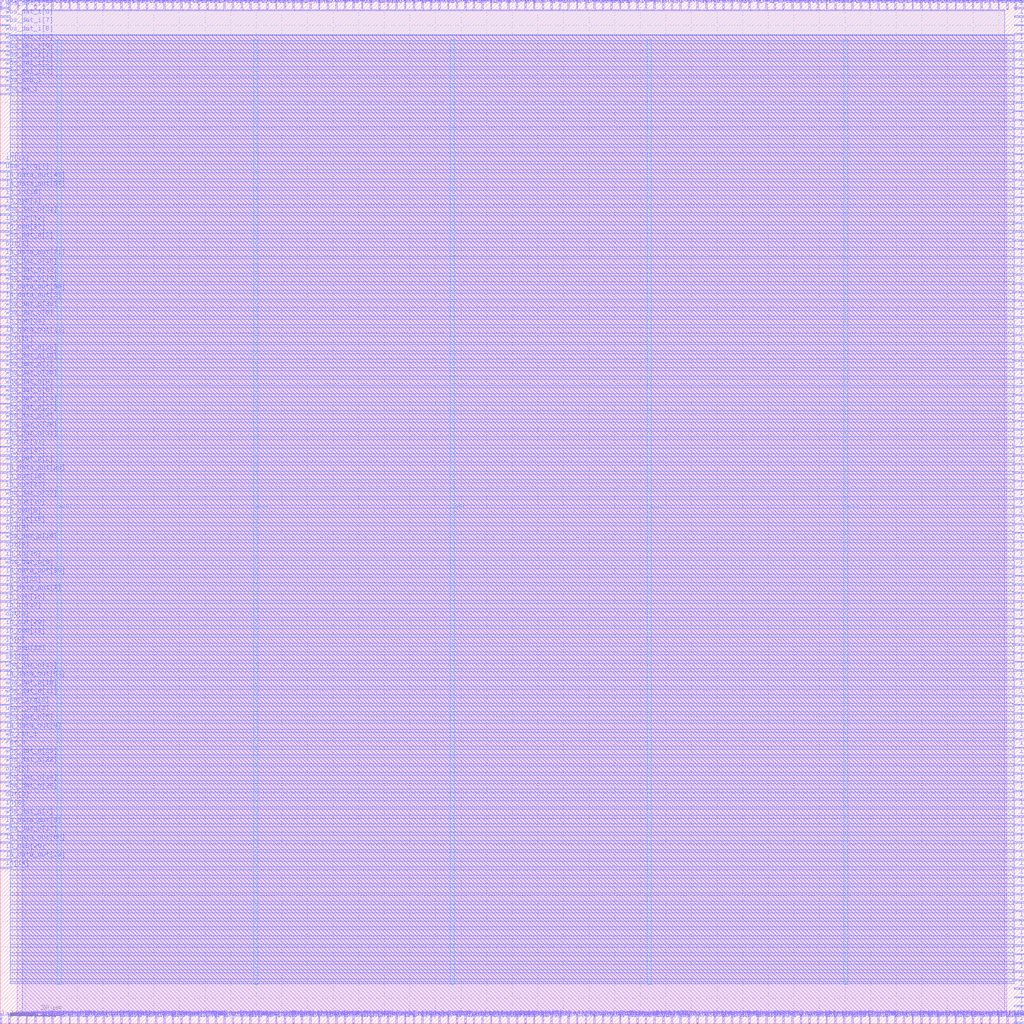
<source format=lef>
VERSION 5.7 ;
  NOWIREEXTENSIONATPIN ON ;
  DIVIDERCHAR "/" ;
  BUSBITCHARS "[]" ;
MACRO caravel_if
  CLASS BLOCK ;
  FOREIGN caravel_if ;
  ORIGIN 0.000 0.000 ;
  SIZE 400.000 BY 400.000 ;
  PIN clk
    DIRECTION OUTPUT TRISTATE ;
    USE SIGNAL ;
    ANTENNADIFFAREA 0.897600 ;
    PORT
      LAYER Metal3 ;
        RECT 396.000 292.320 400.000 292.880 ;
    END
  END clk
  PIN in[0]
    DIRECTION OUTPUT TRISTATE ;
    USE SIGNAL ;
    ANTENNADIFFAREA 4.731200 ;
    PORT
      LAYER Metal3 ;
        RECT 396.000 100.800 400.000 101.360 ;
    END
  END in[0]
  PIN in[10]
    DIRECTION OUTPUT TRISTATE ;
    USE SIGNAL ;
    ANTENNADIFFAREA 4.731200 ;
    PORT
      LAYER Metal3 ;
        RECT 396.000 288.960 400.000 289.520 ;
    END
  END in[10]
  PIN in[11]
    DIRECTION OUTPUT TRISTATE ;
    USE SIGNAL ;
    ANTENNADIFFAREA 4.731200 ;
    PORT
      LAYER Metal3 ;
        RECT 0.000 336.000 4.000 336.560 ;
    END
  END in[11]
  PIN in[12]
    DIRECTION OUTPUT TRISTATE ;
    USE SIGNAL ;
    ANTENNADIFFAREA 4.731200 ;
    PORT
      LAYER Metal2 ;
        RECT 258.720 0.000 259.280 4.000 ;
    END
  END in[12]
  PIN in[13]
    DIRECTION OUTPUT TRISTATE ;
    USE SIGNAL ;
    ANTENNADIFFAREA 4.731200 ;
    PORT
      LAYER Metal2 ;
        RECT 110.880 396.000 111.440 400.000 ;
    END
  END in[13]
  PIN in[14]
    DIRECTION OUTPUT TRISTATE ;
    USE SIGNAL ;
    ANTENNADIFFAREA 4.731200 ;
    PORT
      LAYER Metal3 ;
        RECT 0.000 60.480 4.000 61.040 ;
    END
  END in[14]
  PIN in[15]
    DIRECTION OUTPUT TRISTATE ;
    USE SIGNAL ;
    ANTENNADIFFAREA 4.731200 ;
    PORT
      LAYER Metal2 ;
        RECT 252.000 0.000 252.560 4.000 ;
    END
  END in[15]
  PIN in[16]
    DIRECTION OUTPUT TRISTATE ;
    USE SIGNAL ;
    ANTENNADIFFAREA 4.731200 ;
    PORT
      LAYER Metal2 ;
        RECT 134.400 0.000 134.960 4.000 ;
    END
  END in[16]
  PIN in[17]
    DIRECTION OUTPUT TRISTATE ;
    USE SIGNAL ;
    ANTENNADIFFAREA 4.731200 ;
    PORT
      LAYER Metal2 ;
        RECT 292.320 396.000 292.880 400.000 ;
    END
  END in[17]
  PIN in[1]
    DIRECTION OUTPUT TRISTATE ;
    USE SIGNAL ;
    ANTENNADIFFAREA 4.731200 ;
    PORT
      LAYER Metal2 ;
        RECT 258.720 396.000 259.280 400.000 ;
    END
  END in[1]
  PIN in[2]
    DIRECTION OUTPUT TRISTATE ;
    USE SIGNAL ;
    ANTENNADIFFAREA 4.731200 ;
    PORT
      LAYER Metal2 ;
        RECT 211.680 0.000 212.240 4.000 ;
    END
  END in[2]
  PIN in[3]
    DIRECTION OUTPUT TRISTATE ;
    USE SIGNAL ;
    ANTENNADIFFAREA 4.731200 ;
    PORT
      LAYER Metal2 ;
        RECT 215.040 0.000 215.600 4.000 ;
    END
  END in[3]
  PIN in[4]
    DIRECTION OUTPUT TRISTATE ;
    USE SIGNAL ;
    ANTENNADIFFAREA 4.731200 ;
    PORT
      LAYER Metal3 ;
        RECT 396.000 124.320 400.000 124.880 ;
    END
  END in[4]
  PIN in[5]
    DIRECTION OUTPUT TRISTATE ;
    USE SIGNAL ;
    ANTENNADIFFAREA 4.731200 ;
    PORT
      LAYER Metal2 ;
        RECT 191.520 396.000 192.080 400.000 ;
    END
  END in[5]
  PIN in[6]
    DIRECTION OUTPUT TRISTATE ;
    USE SIGNAL ;
    ANTENNADIFFAREA 4.731200 ;
    PORT
      LAYER Metal2 ;
        RECT 201.600 396.000 202.160 400.000 ;
    END
  END in[6]
  PIN in[7]
    DIRECTION OUTPUT TRISTATE ;
    USE SIGNAL ;
    ANTENNADIFFAREA 4.731200 ;
    PORT
      LAYER Metal3 ;
        RECT 396.000 107.520 400.000 108.080 ;
    END
  END in[7]
  PIN in[8]
    DIRECTION OUTPUT TRISTATE ;
    USE SIGNAL ;
    ANTENNADIFFAREA 4.731200 ;
    PORT
      LAYER Metal3 ;
        RECT 0.000 84.000 4.000 84.560 ;
    END
  END in[8]
  PIN in[9]
    DIRECTION OUTPUT TRISTATE ;
    USE SIGNAL ;
    ANTENNADIFFAREA 4.731200 ;
    PORT
      LAYER Metal3 ;
        RECT 0.000 147.840 4.000 148.400 ;
    END
  END in[9]
  PIN io_in[0]
    DIRECTION INPUT ;
    USE SIGNAL ;
    PORT
      LAYER Metal2 ;
        RECT 23.520 0.000 24.080 4.000 ;
    END
  END io_in[0]
  PIN io_in[10]
    DIRECTION INPUT ;
    USE SIGNAL ;
    ANTENNAGATEAREA 0.741000 ;
    ANTENNADIFFAREA 0.410400 ;
    PORT
      LAYER Metal2 ;
        RECT 208.320 0.000 208.880 4.000 ;
    END
  END io_in[10]
  PIN io_in[11]
    DIRECTION INPUT ;
    USE SIGNAL ;
    ANTENNAGATEAREA 0.741000 ;
    ANTENNADIFFAREA 0.410400 ;
    PORT
      LAYER Metal2 ;
        RECT 204.960 0.000 205.520 4.000 ;
    END
  END io_in[11]
  PIN io_in[12]
    DIRECTION INPUT ;
    USE SIGNAL ;
    ANTENNAGATEAREA 0.498500 ;
    ANTENNADIFFAREA 0.410400 ;
    PORT
      LAYER Metal3 ;
        RECT 396.000 131.040 400.000 131.600 ;
    END
  END io_in[12]
  PIN io_in[13]
    DIRECTION INPUT ;
    USE SIGNAL ;
    ANTENNAGATEAREA 0.741000 ;
    ANTENNADIFFAREA 0.410400 ;
    PORT
      LAYER Metal2 ;
        RECT 184.800 396.000 185.360 400.000 ;
    END
  END io_in[13]
  PIN io_in[14]
    DIRECTION INPUT ;
    USE SIGNAL ;
    ANTENNAGATEAREA 0.741000 ;
    ANTENNADIFFAREA 0.410400 ;
    PORT
      LAYER Metal2 ;
        RECT 178.080 396.000 178.640 400.000 ;
    END
  END io_in[14]
  PIN io_in[15]
    DIRECTION INPUT ;
    USE SIGNAL ;
    ANTENNAGATEAREA 0.498500 ;
    ANTENNADIFFAREA 0.410400 ;
    PORT
      LAYER Metal3 ;
        RECT 396.000 104.160 400.000 104.720 ;
    END
  END io_in[15]
  PIN io_in[16]
    DIRECTION INPUT ;
    USE SIGNAL ;
    ANTENNAGATEAREA 0.741000 ;
    ANTENNADIFFAREA 0.410400 ;
    PORT
      LAYER Metal3 ;
        RECT 0.000 181.440 4.000 182.000 ;
    END
  END io_in[16]
  PIN io_in[17]
    DIRECTION INPUT ;
    USE SIGNAL ;
    ANTENNAGATEAREA 0.741000 ;
    ANTENNADIFFAREA 0.410400 ;
    PORT
      LAYER Metal3 ;
        RECT 0.000 161.280 4.000 161.840 ;
    END
  END io_in[17]
  PIN io_in[18]
    DIRECTION INPUT ;
    USE SIGNAL ;
    ANTENNAGATEAREA 0.741000 ;
    ANTENNADIFFAREA 0.410400 ;
    PORT
      LAYER Metal3 ;
        RECT 396.000 255.360 400.000 255.920 ;
    END
  END io_in[18]
  PIN io_in[19]
    DIRECTION INPUT ;
    USE SIGNAL ;
    ANTENNAGATEAREA 0.498500 ;
    ANTENNADIFFAREA 0.410400 ;
    PORT
      LAYER Metal3 ;
        RECT 0.000 322.560 4.000 323.120 ;
    END
  END io_in[19]
  PIN io_in[1]
    DIRECTION INPUT ;
    USE SIGNAL ;
    PORT
      LAYER Metal2 ;
        RECT 325.920 0.000 326.480 4.000 ;
    END
  END io_in[1]
  PIN io_in[20]
    DIRECTION INPUT ;
    USE SIGNAL ;
    ANTENNAGATEAREA 0.741000 ;
    ANTENNADIFFAREA 0.410400 ;
    PORT
      LAYER Metal2 ;
        RECT 218.400 0.000 218.960 4.000 ;
    END
  END io_in[20]
  PIN io_in[21]
    DIRECTION INPUT ;
    USE SIGNAL ;
    ANTENNAGATEAREA 0.741000 ;
    ANTENNADIFFAREA 0.410400 ;
    PORT
      LAYER Metal2 ;
        RECT 141.120 396.000 141.680 400.000 ;
    END
  END io_in[21]
  PIN io_in[22]
    DIRECTION INPUT ;
    USE SIGNAL ;
    ANTENNAGATEAREA 0.741000 ;
    ANTENNADIFFAREA 0.410400 ;
    PORT
      LAYER Metal3 ;
        RECT 0.000 171.360 4.000 171.920 ;
    END
  END io_in[22]
  PIN io_in[23]
    DIRECTION INPUT ;
    USE SIGNAL ;
    ANTENNAGATEAREA 0.741000 ;
    ANTENNADIFFAREA 0.410400 ;
    PORT
      LAYER Metal2 ;
        RECT 221.760 0.000 222.320 4.000 ;
    END
  END io_in[23]
  PIN io_in[24]
    DIRECTION INPUT ;
    USE SIGNAL ;
    ANTENNAGATEAREA 0.498500 ;
    ANTENNADIFFAREA 0.410400 ;
    PORT
      LAYER Metal2 ;
        RECT 137.760 0.000 138.320 4.000 ;
    END
  END io_in[24]
  PIN io_in[25]
    DIRECTION INPUT ;
    USE SIGNAL ;
    ANTENNAGATEAREA 0.741000 ;
    ANTENNADIFFAREA 0.410400 ;
    PORT
      LAYER Metal2 ;
        RECT 241.920 396.000 242.480 400.000 ;
    END
  END io_in[25]
  PIN io_in[26]
    DIRECTION INPUT ;
    USE SIGNAL ;
    PORT
      LAYER Metal2 ;
        RECT 90.720 0.000 91.280 4.000 ;
    END
  END io_in[26]
  PIN io_in[27]
    DIRECTION INPUT ;
    USE SIGNAL ;
    PORT
      LAYER Metal2 ;
        RECT 336.000 0.000 336.560 4.000 ;
    END
  END io_in[27]
  PIN io_in[28]
    DIRECTION INPUT ;
    USE SIGNAL ;
    PORT
      LAYER Metal2 ;
        RECT 70.560 0.000 71.120 4.000 ;
    END
  END io_in[28]
  PIN io_in[29]
    DIRECTION INPUT ;
    USE SIGNAL ;
    PORT
      LAYER Metal2 ;
        RECT 43.680 0.000 44.240 4.000 ;
    END
  END io_in[29]
  PIN io_in[2]
    DIRECTION INPUT ;
    USE SIGNAL ;
    PORT
      LAYER Metal2 ;
        RECT 366.240 0.000 366.800 4.000 ;
    END
  END io_in[2]
  PIN io_in[30]
    DIRECTION INPUT ;
    USE SIGNAL ;
    PORT
      LAYER Metal2 ;
        RECT 60.480 0.000 61.040 4.000 ;
    END
  END io_in[30]
  PIN io_in[31]
    DIRECTION INPUT ;
    USE SIGNAL ;
    PORT
      LAYER Metal2 ;
        RECT 104.160 0.000 104.720 4.000 ;
    END
  END io_in[31]
  PIN io_in[32]
    DIRECTION INPUT ;
    USE SIGNAL ;
    PORT
      LAYER Metal2 ;
        RECT 282.240 0.000 282.800 4.000 ;
    END
  END io_in[32]
  PIN io_in[33]
    DIRECTION INPUT ;
    USE SIGNAL ;
    PORT
      LAYER Metal2 ;
        RECT 53.760 0.000 54.320 4.000 ;
    END
  END io_in[33]
  PIN io_in[34]
    DIRECTION INPUT ;
    USE SIGNAL ;
    PORT
      LAYER Metal2 ;
        RECT 10.080 0.000 10.640 4.000 ;
    END
  END io_in[34]
  PIN io_in[35]
    DIRECTION INPUT ;
    USE SIGNAL ;
    PORT
      LAYER Metal2 ;
        RECT 73.920 0.000 74.480 4.000 ;
    END
  END io_in[35]
  PIN io_in[36]
    DIRECTION INPUT ;
    USE SIGNAL ;
    PORT
      LAYER Metal2 ;
        RECT 292.320 0.000 292.880 4.000 ;
    END
  END io_in[36]
  PIN io_in[37]
    DIRECTION INPUT ;
    USE SIGNAL ;
    PORT
      LAYER Metal2 ;
        RECT 299.040 0.000 299.600 4.000 ;
    END
  END io_in[37]
  PIN io_in[3]
    DIRECTION INPUT ;
    USE SIGNAL ;
    PORT
      LAYER Metal2 ;
        RECT 295.680 0.000 296.240 4.000 ;
    END
  END io_in[3]
  PIN io_in[4]
    DIRECTION INPUT ;
    USE SIGNAL ;
    PORT
      LAYER Metal2 ;
        RECT 386.400 0.000 386.960 4.000 ;
    END
  END io_in[4]
  PIN io_in[5]
    DIRECTION INPUT ;
    USE SIGNAL ;
    ANTENNAGATEAREA 0.741000 ;
    ANTENNADIFFAREA 0.410400 ;
    PORT
      LAYER Metal2 ;
        RECT 144.480 396.000 145.040 400.000 ;
    END
  END io_in[5]
  PIN io_in[6]
    DIRECTION INPUT ;
    USE SIGNAL ;
    ANTENNAGATEAREA 0.498500 ;
    ANTENNADIFFAREA 0.410400 ;
    PORT
      LAYER Metal3 ;
        RECT 396.000 282.240 400.000 282.800 ;
    END
  END io_in[6]
  PIN io_in[7]
    DIRECTION INPUT ;
    USE SIGNAL ;
    ANTENNAGATEAREA 0.498500 ;
    ANTENNADIFFAREA 0.410400 ;
    PORT
      LAYER Metal2 ;
        RECT 141.120 0.000 141.680 4.000 ;
    END
  END io_in[7]
  PIN io_in[8]
    DIRECTION INPUT ;
    USE SIGNAL ;
    ANTENNAGATEAREA 0.741000 ;
    ANTENNADIFFAREA 0.410400 ;
    PORT
      LAYER Metal3 ;
        RECT 396.000 168.000 400.000 168.560 ;
    END
  END io_in[8]
  PIN io_in[9]
    DIRECTION INPUT ;
    USE SIGNAL ;
    ANTENNAGATEAREA 0.498500 ;
    ANTENNADIFFAREA 0.410400 ;
    PORT
      LAYER Metal2 ;
        RECT 272.160 396.000 272.720 400.000 ;
    END
  END io_in[9]
  PIN io_oeb[0]
    DIRECTION OUTPUT TRISTATE ;
    USE SIGNAL ;
    ANTENNADIFFAREA 0.536800 ;
    PORT
      LAYER Metal2 ;
        RECT 231.840 396.000 232.400 400.000 ;
    END
  END io_oeb[0]
  PIN io_oeb[10]
    DIRECTION OUTPUT TRISTATE ;
    USE SIGNAL ;
    ANTENNADIFFAREA 0.536800 ;
    PORT
      LAYER Metal2 ;
        RECT 157.920 396.000 158.480 400.000 ;
    END
  END io_oeb[10]
  PIN io_oeb[11]
    DIRECTION OUTPUT TRISTATE ;
    USE SIGNAL ;
    ANTENNADIFFAREA 0.536800 ;
    PORT
      LAYER Metal3 ;
        RECT 396.000 285.600 400.000 286.160 ;
    END
  END io_oeb[11]
  PIN io_oeb[12]
    DIRECTION OUTPUT TRISTATE ;
    USE SIGNAL ;
    ANTENNADIFFAREA 0.536800 ;
    PORT
      LAYER Metal3 ;
        RECT 396.000 265.440 400.000 266.000 ;
    END
  END io_oeb[12]
  PIN io_oeb[13]
    DIRECTION OUTPUT TRISTATE ;
    USE SIGNAL ;
    ANTENNADIFFAREA 0.536800 ;
    PORT
      LAYER Metal3 ;
        RECT 0.000 151.200 4.000 151.760 ;
    END
  END io_oeb[13]
  PIN io_oeb[14]
    DIRECTION OUTPUT TRISTATE ;
    USE SIGNAL ;
    ANTENNADIFFAREA 0.536800 ;
    PORT
      LAYER Metal2 ;
        RECT 144.480 0.000 145.040 4.000 ;
    END
  END io_oeb[14]
  PIN io_oeb[15]
    DIRECTION OUTPUT TRISTATE ;
    USE SIGNAL ;
    ANTENNADIFFAREA 0.536800 ;
    PORT
      LAYER Metal3 ;
        RECT 0.000 164.640 4.000 165.200 ;
    END
  END io_oeb[15]
  PIN io_oeb[16]
    DIRECTION OUTPUT TRISTATE ;
    USE SIGNAL ;
    ANTENNADIFFAREA 0.536800 ;
    PORT
      LAYER Metal2 ;
        RECT 198.240 0.000 198.800 4.000 ;
    END
  END io_oeb[16]
  PIN io_oeb[17]
    DIRECTION OUTPUT TRISTATE ;
    USE SIGNAL ;
    ANTENNADIFFAREA 0.536800 ;
    PORT
      LAYER Metal3 ;
        RECT 396.000 174.720 400.000 175.280 ;
    END
  END io_oeb[17]
  PIN io_oeb[18]
    DIRECTION OUTPUT TRISTATE ;
    USE SIGNAL ;
    ANTENNADIFFAREA 0.536800 ;
    PORT
      LAYER Metal3 ;
        RECT 396.000 194.880 400.000 195.440 ;
    END
  END io_oeb[18]
  PIN io_oeb[19]
    DIRECTION OUTPUT TRISTATE ;
    USE SIGNAL ;
    ANTENNADIFFAREA 0.536800 ;
    PORT
      LAYER Metal2 ;
        RECT 151.200 0.000 151.760 4.000 ;
    END
  END io_oeb[19]
  PIN io_oeb[1]
    DIRECTION OUTPUT TRISTATE ;
    USE SIGNAL ;
    ANTENNADIFFAREA 0.536800 ;
    PORT
      LAYER Metal3 ;
        RECT 0.000 319.200 4.000 319.760 ;
    END
  END io_oeb[1]
  PIN io_oeb[20]
    DIRECTION OUTPUT TRISTATE ;
    USE SIGNAL ;
    ANTENNADIFFAREA 0.536800 ;
    PORT
      LAYER Metal3 ;
        RECT 0.000 67.200 4.000 67.760 ;
    END
  END io_oeb[20]
  PIN io_oeb[21]
    DIRECTION OUTPUT TRISTATE ;
    USE SIGNAL ;
    ANTENNADIFFAREA 0.536800 ;
    PORT
      LAYER Metal2 ;
        RECT 157.920 0.000 158.480 4.000 ;
    END
  END io_oeb[21]
  PIN io_oeb[22]
    DIRECTION OUTPUT TRISTATE ;
    USE SIGNAL ;
    ANTENNADIFFAREA 0.536800 ;
    PORT
      LAYER Metal3 ;
        RECT 0.000 144.480 4.000 145.040 ;
    END
  END io_oeb[22]
  PIN io_oeb[23]
    DIRECTION OUTPUT TRISTATE ;
    USE SIGNAL ;
    ANTENNADIFFAREA 0.536800 ;
    PORT
      LAYER Metal3 ;
        RECT 396.000 154.560 400.000 155.120 ;
    END
  END io_oeb[23]
  PIN io_oeb[24]
    DIRECTION OUTPUT TRISTATE ;
    USE SIGNAL ;
    ANTENNADIFFAREA 0.536800 ;
    PORT
      LAYER Metal3 ;
        RECT 0.000 272.160 4.000 272.720 ;
    END
  END io_oeb[24]
  PIN io_oeb[25]
    DIRECTION OUTPUT TRISTATE ;
    USE SIGNAL ;
    ANTENNADIFFAREA 0.536800 ;
    PORT
      LAYER Metal3 ;
        RECT 396.000 178.080 400.000 178.640 ;
    END
  END io_oeb[25]
  PIN io_oeb[26]
    DIRECTION OUTPUT TRISTATE ;
    USE SIGNAL ;
    ANTENNADIFFAREA 0.360800 ;
    PORT
      LAYER Metal3 ;
        RECT 396.000 204.960 400.000 205.520 ;
    END
  END io_oeb[26]
  PIN io_oeb[27]
    DIRECTION OUTPUT TRISTATE ;
    USE SIGNAL ;
    ANTENNADIFFAREA 0.360800 ;
    PORT
      LAYER Metal3 ;
        RECT 396.000 161.280 400.000 161.840 ;
    END
  END io_oeb[27]
  PIN io_oeb[28]
    DIRECTION OUTPUT TRISTATE ;
    USE SIGNAL ;
    ANTENNADIFFAREA 0.360800 ;
    PORT
      LAYER Metal2 ;
        RECT 265.440 396.000 266.000 400.000 ;
    END
  END io_oeb[28]
  PIN io_oeb[29]
    DIRECTION OUTPUT TRISTATE ;
    USE SIGNAL ;
    ANTENNADIFFAREA 0.360800 ;
    PORT
      LAYER Metal2 ;
        RECT 124.320 396.000 124.880 400.000 ;
    END
  END io_oeb[29]
  PIN io_oeb[2]
    DIRECTION OUTPUT TRISTATE ;
    USE SIGNAL ;
    ANTENNADIFFAREA 0.536800 ;
    PORT
      LAYER Metal2 ;
        RECT 194.880 396.000 195.440 400.000 ;
    END
  END io_oeb[2]
  PIN io_oeb[30]
    DIRECTION OUTPUT TRISTATE ;
    USE SIGNAL ;
    ANTENNADIFFAREA 0.360800 ;
    PORT
      LAYER Metal3 ;
        RECT 396.000 228.480 400.000 229.040 ;
    END
  END io_oeb[30]
  PIN io_oeb[31]
    DIRECTION OUTPUT TRISTATE ;
    USE SIGNAL ;
    ANTENNADIFFAREA 0.360800 ;
    PORT
      LAYER Metal2 ;
        RECT 164.640 0.000 165.200 4.000 ;
    END
  END io_oeb[31]
  PIN io_oeb[32]
    DIRECTION OUTPUT TRISTATE ;
    USE SIGNAL ;
    ANTENNADIFFAREA 0.360800 ;
    PORT
      LAYER Metal3 ;
        RECT 396.000 120.960 400.000 121.520 ;
    END
  END io_oeb[32]
  PIN io_oeb[33]
    DIRECTION OUTPUT TRISTATE ;
    USE SIGNAL ;
    ANTENNADIFFAREA 0.360800 ;
    PORT
      LAYER Metal3 ;
        RECT 396.000 218.400 400.000 218.960 ;
    END
  END io_oeb[33]
  PIN io_oeb[34]
    DIRECTION OUTPUT TRISTATE ;
    USE SIGNAL ;
    ANTENNADIFFAREA 0.360800 ;
    PORT
      LAYER Metal3 ;
        RECT 396.000 215.040 400.000 215.600 ;
    END
  END io_oeb[34]
  PIN io_oeb[35]
    DIRECTION OUTPUT TRISTATE ;
    USE SIGNAL ;
    ANTENNADIFFAREA 0.360800 ;
    PORT
      LAYER Metal2 ;
        RECT 161.280 396.000 161.840 400.000 ;
    END
  END io_oeb[35]
  PIN io_oeb[36]
    DIRECTION OUTPUT TRISTATE ;
    USE SIGNAL ;
    ANTENNADIFFAREA 0.360800 ;
    PORT
      LAYER Metal2 ;
        RECT 154.560 396.000 155.120 400.000 ;
    END
  END io_oeb[36]
  PIN io_oeb[37]
    DIRECTION OUTPUT TRISTATE ;
    USE SIGNAL ;
    ANTENNADIFFAREA 0.360800 ;
    PORT
      LAYER Metal3 ;
        RECT 0.000 309.120 4.000 309.680 ;
    END
  END io_oeb[37]
  PIN io_oeb[3]
    DIRECTION OUTPUT TRISTATE ;
    USE SIGNAL ;
    ANTENNADIFFAREA 0.536800 ;
    PORT
      LAYER Metal2 ;
        RECT 151.200 396.000 151.760 400.000 ;
    END
  END io_oeb[3]
  PIN io_oeb[4]
    DIRECTION OUTPUT TRISTATE ;
    USE SIGNAL ;
    ANTENNADIFFAREA 0.536800 ;
    PORT
      LAYER Metal3 ;
        RECT 396.000 191.520 400.000 192.080 ;
    END
  END io_oeb[4]
  PIN io_oeb[5]
    DIRECTION OUTPUT TRISTATE ;
    USE SIGNAL ;
    ANTENNADIFFAREA 0.536800 ;
    PORT
      LAYER Metal3 ;
        RECT 0.000 198.240 4.000 198.800 ;
    END
  END io_oeb[5]
  PIN io_oeb[6]
    DIRECTION OUTPUT TRISTATE ;
    USE SIGNAL ;
    ANTENNADIFFAREA 0.536800 ;
    PORT
      LAYER Metal2 ;
        RECT 147.840 0.000 148.400 4.000 ;
    END
  END io_oeb[6]
  PIN io_oeb[7]
    DIRECTION OUTPUT TRISTATE ;
    USE SIGNAL ;
    ANTENNADIFFAREA 0.536800 ;
    PORT
      LAYER Metal2 ;
        RECT 171.360 396.000 171.920 400.000 ;
    END
  END io_oeb[7]
  PIN io_oeb[8]
    DIRECTION OUTPUT TRISTATE ;
    USE SIGNAL ;
    ANTENNADIFFAREA 0.536800 ;
    PORT
      LAYER Metal3 ;
        RECT 396.000 262.080 400.000 262.640 ;
    END
  END io_oeb[8]
  PIN io_oeb[9]
    DIRECTION OUTPUT TRISTATE ;
    USE SIGNAL ;
    ANTENNADIFFAREA 0.536800 ;
    PORT
      LAYER Metal2 ;
        RECT 245.280 396.000 245.840 400.000 ;
    END
  END io_oeb[9]
  PIN io_out[0]
    DIRECTION OUTPUT TRISTATE ;
    USE SIGNAL ;
    ANTENNADIFFAREA 0.360800 ;
    PORT
      LAYER Metal3 ;
        RECT 396.000 184.800 400.000 185.360 ;
    END
  END io_out[0]
  PIN io_out[10]
    DIRECTION OUTPUT TRISTATE ;
    USE SIGNAL ;
    ANTENNADIFFAREA 0.360800 ;
    PORT
      LAYER Metal3 ;
        RECT 0.000 201.600 4.000 202.160 ;
    END
  END io_out[10]
  PIN io_out[11]
    DIRECTION OUTPUT TRISTATE ;
    USE SIGNAL ;
    ANTENNADIFFAREA 0.360800 ;
    PORT
      LAYER Metal3 ;
        RECT 0.000 225.120 4.000 225.680 ;
    END
  END io_out[11]
  PIN io_out[12]
    DIRECTION OUTPUT TRISTATE ;
    USE SIGNAL ;
    ANTENNADIFFAREA 0.360800 ;
    PORT
      LAYER Metal3 ;
        RECT 0.000 312.480 4.000 313.040 ;
    END
  END io_out[12]
  PIN io_out[13]
    DIRECTION OUTPUT TRISTATE ;
    USE SIGNAL ;
    ANTENNADIFFAREA 0.360800 ;
    PORT
      LAYER Metal3 ;
        RECT 396.000 245.280 400.000 245.840 ;
    END
  END io_out[13]
  PIN io_out[14]
    DIRECTION OUTPUT TRISTATE ;
    USE SIGNAL ;
    ANTENNADIFFAREA 0.360800 ;
    PORT
      LAYER Metal2 ;
        RECT 201.600 0.000 202.160 4.000 ;
    END
  END io_out[14]
  PIN io_out[15]
    DIRECTION OUTPUT TRISTATE ;
    USE SIGNAL ;
    ANTENNADIFFAREA 0.360800 ;
    PORT
      LAYER Metal3 ;
        RECT 0.000 194.880 4.000 195.440 ;
    END
  END io_out[15]
  PIN io_out[16]
    DIRECTION OUTPUT TRISTATE ;
    USE SIGNAL ;
    ANTENNADIFFAREA 0.360800 ;
    PORT
      LAYER Metal2 ;
        RECT 191.520 0.000 192.080 4.000 ;
    END
  END io_out[16]
  PIN io_out[17]
    DIRECTION OUTPUT TRISTATE ;
    USE SIGNAL ;
    ANTENNADIFFAREA 0.360800 ;
    PORT
      LAYER Metal3 ;
        RECT 396.000 181.440 400.000 182.000 ;
    END
  END io_out[17]
  PIN io_out[18]
    DIRECTION OUTPUT TRISTATE ;
    USE SIGNAL ;
    ANTENNADIFFAREA 0.360800 ;
    PORT
      LAYER Metal2 ;
        RECT 275.520 396.000 276.080 400.000 ;
    END
  END io_out[18]
  PIN io_out[19]
    DIRECTION OUTPUT TRISTATE ;
    USE SIGNAL ;
    ANTENNADIFFAREA 0.360800 ;
    PORT
      LAYER Metal3 ;
        RECT 0.000 211.680 4.000 212.240 ;
    END
  END io_out[19]
  PIN io_out[1]
    DIRECTION OUTPUT TRISTATE ;
    USE SIGNAL ;
    ANTENNADIFFAREA 0.360800 ;
    PORT
      LAYER Metal3 ;
        RECT 396.000 188.160 400.000 188.720 ;
    END
  END io_out[1]
  PIN io_out[20]
    DIRECTION OUTPUT TRISTATE ;
    USE SIGNAL ;
    ANTENNADIFFAREA 0.360800 ;
    PORT
      LAYER Metal2 ;
        RECT 127.680 396.000 128.240 400.000 ;
    END
  END io_out[20]
  PIN io_out[21]
    DIRECTION OUTPUT TRISTATE ;
    USE SIGNAL ;
    ANTENNADIFFAREA 0.360800 ;
    PORT
      LAYER Metal2 ;
        RECT 114.240 396.000 114.800 400.000 ;
    END
  END io_out[21]
  PIN io_out[22]
    DIRECTION OUTPUT TRISTATE ;
    USE SIGNAL ;
    ANTENNADIFFAREA 0.360800 ;
    PORT
      LAYER Metal2 ;
        RECT 134.400 396.000 134.960 400.000 ;
    END
  END io_out[22]
  PIN io_out[23]
    DIRECTION OUTPUT TRISTATE ;
    USE SIGNAL ;
    ANTENNADIFFAREA 0.360800 ;
    PORT
      LAYER Metal2 ;
        RECT 154.560 0.000 155.120 4.000 ;
    END
  END io_out[23]
  PIN io_out[24]
    DIRECTION OUTPUT TRISTATE ;
    USE SIGNAL ;
    ANTENNADIFFAREA 0.360800 ;
    PORT
      LAYER Metal3 ;
        RECT 396.000 164.640 400.000 165.200 ;
    END
  END io_out[24]
  PIN io_out[25]
    DIRECTION OUTPUT TRISTATE ;
    USE SIGNAL ;
    ANTENNADIFFAREA 0.360800 ;
    PORT
      LAYER Metal2 ;
        RECT 231.840 0.000 232.400 4.000 ;
    END
  END io_out[25]
  PIN io_out[26]
    DIRECTION OUTPUT TRISTATE ;
    USE SIGNAL ;
    ANTENNADIFFAREA 4.731200 ;
    PORT
      LAYER Metal3 ;
        RECT 396.000 151.200 400.000 151.760 ;
    END
  END io_out[26]
  PIN io_out[27]
    DIRECTION OUTPUT TRISTATE ;
    USE SIGNAL ;
    ANTENNADIFFAREA 4.731200 ;
    PORT
      LAYER Metal3 ;
        RECT 0.000 208.320 4.000 208.880 ;
    END
  END io_out[27]
  PIN io_out[28]
    DIRECTION OUTPUT TRISTATE ;
    USE SIGNAL ;
    ANTENNADIFFAREA 4.731200 ;
    PORT
      LAYER Metal3 ;
        RECT 396.000 268.800 400.000 269.360 ;
    END
  END io_out[28]
  PIN io_out[29]
    DIRECTION OUTPUT TRISTATE ;
    USE SIGNAL ;
    ANTENNADIFFAREA 4.731200 ;
    PORT
      LAYER Metal3 ;
        RECT 0.000 154.560 4.000 155.120 ;
    END
  END io_out[29]
  PIN io_out[2]
    DIRECTION OUTPUT TRISTATE ;
    USE SIGNAL ;
    ANTENNADIFFAREA 0.360800 ;
    PORT
      LAYER Metal3 ;
        RECT 396.000 201.600 400.000 202.160 ;
    END
  END io_out[2]
  PIN io_out[30]
    DIRECTION OUTPUT TRISTATE ;
    USE SIGNAL ;
    ANTENNADIFFAREA 4.731200 ;
    PORT
      LAYER Metal2 ;
        RECT 204.960 396.000 205.520 400.000 ;
    END
  END io_out[30]
  PIN io_out[31]
    DIRECTION OUTPUT TRISTATE ;
    USE SIGNAL ;
    ANTENNADIFFAREA 4.731200 ;
    PORT
      LAYER Metal3 ;
        RECT 396.000 235.200 400.000 235.760 ;
    END
  END io_out[31]
  PIN io_out[32]
    DIRECTION OUTPUT TRISTATE ;
    USE SIGNAL ;
    ANTENNADIFFAREA 4.731200 ;
    PORT
      LAYER Metal2 ;
        RECT 168.000 0.000 168.560 4.000 ;
    END
  END io_out[32]
  PIN io_out[33]
    DIRECTION OUTPUT TRISTATE ;
    USE SIGNAL ;
    ANTENNADIFFAREA 4.731200 ;
    PORT
      LAYER Metal2 ;
        RECT 137.760 396.000 138.320 400.000 ;
    END
  END io_out[33]
  PIN io_out[34]
    DIRECTION OUTPUT TRISTATE ;
    USE SIGNAL ;
    ANTENNADIFFAREA 4.731200 ;
    PORT
      LAYER Metal3 ;
        RECT 396.000 127.680 400.000 128.240 ;
    END
  END io_out[34]
  PIN io_out[35]
    DIRECTION OUTPUT TRISTATE ;
    USE SIGNAL ;
    ANTENNADIFFAREA 4.731200 ;
    PORT
      LAYER Metal3 ;
        RECT 396.000 114.240 400.000 114.800 ;
    END
  END io_out[35]
  PIN io_out[36]
    DIRECTION OUTPUT TRISTATE ;
    USE SIGNAL ;
    ANTENNADIFFAREA 4.731200 ;
    PORT
      LAYER Metal2 ;
        RECT 248.640 396.000 249.200 400.000 ;
    END
  END io_out[36]
  PIN io_out[37]
    DIRECTION OUTPUT TRISTATE ;
    USE SIGNAL ;
    ANTENNADIFFAREA 4.731200 ;
    PORT
      LAYER Metal3 ;
        RECT 0.000 221.760 4.000 222.320 ;
    END
  END io_out[37]
  PIN io_out[3]
    DIRECTION OUTPUT TRISTATE ;
    USE SIGNAL ;
    ANTENNADIFFAREA 0.360800 ;
    PORT
      LAYER Metal3 ;
        RECT 396.000 278.880 400.000 279.440 ;
    END
  END io_out[3]
  PIN io_out[4]
    DIRECTION OUTPUT TRISTATE ;
    USE SIGNAL ;
    ANTENNADIFFAREA 0.360800 ;
    PORT
      LAYER Metal3 ;
        RECT 396.000 275.520 400.000 276.080 ;
    END
  END io_out[4]
  PIN io_out[5]
    DIRECTION OUTPUT TRISTATE ;
    USE SIGNAL ;
    ANTENNADIFFAREA 0.360800 ;
    PORT
      LAYER Metal3 ;
        RECT 396.000 221.760 400.000 222.320 ;
    END
  END io_out[5]
  PIN io_out[6]
    DIRECTION OUTPUT TRISTATE ;
    USE SIGNAL ;
    ANTENNADIFFAREA 0.360800 ;
    PORT
      LAYER Metal2 ;
        RECT 255.360 0.000 255.920 4.000 ;
    END
  END io_out[6]
  PIN io_out[7]
    DIRECTION OUTPUT TRISTATE ;
    USE SIGNAL ;
    ANTENNADIFFAREA 0.360800 ;
    PORT
      LAYER Metal3 ;
        RECT 396.000 248.640 400.000 249.200 ;
    END
  END io_out[7]
  PIN io_out[8]
    DIRECTION OUTPUT TRISTATE ;
    USE SIGNAL ;
    ANTENNADIFFAREA 0.360800 ;
    PORT
      LAYER Metal2 ;
        RECT 228.480 396.000 229.040 400.000 ;
    END
  END io_out[8]
  PIN io_out[9]
    DIRECTION OUTPUT TRISTATE ;
    USE SIGNAL ;
    ANTENNADIFFAREA 0.360800 ;
    PORT
      LAYER Metal3 ;
        RECT 396.000 198.240 400.000 198.800 ;
    END
  END io_out[9]
  PIN la_data_in[0]
    DIRECTION INPUT ;
    USE SIGNAL ;
    PORT
      LAYER Metal2 ;
        RECT 97.440 0.000 98.000 4.000 ;
    END
  END la_data_in[0]
  PIN la_data_in[10]
    DIRECTION INPUT ;
    USE SIGNAL ;
    PORT
      LAYER Metal2 ;
        RECT 87.360 0.000 87.920 4.000 ;
    END
  END la_data_in[10]
  PIN la_data_in[11]
    DIRECTION INPUT ;
    USE SIGNAL ;
    PORT
      LAYER Metal2 ;
        RECT 302.400 0.000 302.960 4.000 ;
    END
  END la_data_in[11]
  PIN la_data_in[12]
    DIRECTION INPUT ;
    USE SIGNAL ;
    PORT
      LAYER Metal2 ;
        RECT 275.520 0.000 276.080 4.000 ;
    END
  END la_data_in[12]
  PIN la_data_in[13]
    DIRECTION INPUT ;
    USE SIGNAL ;
    PORT
      LAYER Metal2 ;
        RECT 127.680 0.000 128.240 4.000 ;
    END
  END la_data_in[13]
  PIN la_data_in[14]
    DIRECTION INPUT ;
    USE SIGNAL ;
    PORT
      LAYER Metal2 ;
        RECT 339.360 0.000 339.920 4.000 ;
    END
  END la_data_in[14]
  PIN la_data_in[15]
    DIRECTION INPUT ;
    USE SIGNAL ;
    PORT
      LAYER Metal2 ;
        RECT 100.800 0.000 101.360 4.000 ;
    END
  END la_data_in[15]
  PIN la_data_in[16]
    DIRECTION INPUT ;
    USE SIGNAL ;
    PORT
      LAYER Metal2 ;
        RECT 372.960 0.000 373.520 4.000 ;
    END
  END la_data_in[16]
  PIN la_data_in[17]
    DIRECTION INPUT ;
    USE SIGNAL ;
    PORT
      LAYER Metal2 ;
        RECT 84.000 0.000 84.560 4.000 ;
    END
  END la_data_in[17]
  PIN la_data_in[18]
    DIRECTION INPUT ;
    USE SIGNAL ;
    PORT
      LAYER Metal2 ;
        RECT 94.080 0.000 94.640 4.000 ;
    END
  END la_data_in[18]
  PIN la_data_in[19]
    DIRECTION INPUT ;
    USE SIGNAL ;
    PORT
      LAYER Metal2 ;
        RECT 131.040 0.000 131.600 4.000 ;
    END
  END la_data_in[19]
  PIN la_data_in[1]
    DIRECTION INPUT ;
    USE SIGNAL ;
    PORT
      LAYER Metal2 ;
        RECT 393.120 0.000 393.680 4.000 ;
    END
  END la_data_in[1]
  PIN la_data_in[20]
    DIRECTION INPUT ;
    USE SIGNAL ;
    PORT
      LAYER Metal2 ;
        RECT 3.360 0.000 3.920 4.000 ;
    END
  END la_data_in[20]
  PIN la_data_in[21]
    DIRECTION INPUT ;
    USE SIGNAL ;
    PORT
      LAYER Metal2 ;
        RECT 6.720 0.000 7.280 4.000 ;
    END
  END la_data_in[21]
  PIN la_data_in[22]
    DIRECTION INPUT ;
    USE SIGNAL ;
    PORT
      LAYER Metal2 ;
        RECT 30.240 0.000 30.800 4.000 ;
    END
  END la_data_in[22]
  PIN la_data_in[23]
    DIRECTION INPUT ;
    USE SIGNAL ;
    PORT
      LAYER Metal2 ;
        RECT 107.520 0.000 108.080 4.000 ;
    END
  END la_data_in[23]
  PIN la_data_in[24]
    DIRECTION INPUT ;
    USE SIGNAL ;
    PORT
      LAYER Metal2 ;
        RECT 110.880 0.000 111.440 4.000 ;
    END
  END la_data_in[24]
  PIN la_data_in[25]
    DIRECTION INPUT ;
    USE SIGNAL ;
    PORT
      LAYER Metal2 ;
        RECT 114.240 0.000 114.800 4.000 ;
    END
  END la_data_in[25]
  PIN la_data_in[26]
    DIRECTION INPUT ;
    USE SIGNAL ;
    PORT
      LAYER Metal2 ;
        RECT 329.280 0.000 329.840 4.000 ;
    END
  END la_data_in[26]
  PIN la_data_in[27]
    DIRECTION INPUT ;
    USE SIGNAL ;
    PORT
      LAYER Metal2 ;
        RECT 396.480 0.000 397.040 4.000 ;
    END
  END la_data_in[27]
  PIN la_data_in[28]
    DIRECTION INPUT ;
    USE SIGNAL ;
    PORT
      LAYER Metal2 ;
        RECT 63.840 0.000 64.400 4.000 ;
    END
  END la_data_in[28]
  PIN la_data_in[29]
    DIRECTION INPUT ;
    USE SIGNAL ;
    PORT
      LAYER Metal2 ;
        RECT 124.320 0.000 124.880 4.000 ;
    END
  END la_data_in[29]
  PIN la_data_in[2]
    DIRECTION INPUT ;
    USE SIGNAL ;
    PORT
      LAYER Metal2 ;
        RECT 285.600 0.000 286.160 4.000 ;
    END
  END la_data_in[2]
  PIN la_data_in[30]
    DIRECTION INPUT ;
    USE SIGNAL ;
    PORT
      LAYER Metal2 ;
        RECT 0.000 0.000 0.560 4.000 ;
    END
  END la_data_in[30]
  PIN la_data_in[31]
    DIRECTION INPUT ;
    USE SIGNAL ;
    PORT
      LAYER Metal2 ;
        RECT 33.600 0.000 34.160 4.000 ;
    END
  END la_data_in[31]
  PIN la_data_in[32]
    DIRECTION INPUT ;
    USE SIGNAL ;
    PORT
      LAYER Metal2 ;
        RECT 47.040 0.000 47.600 4.000 ;
    END
  END la_data_in[32]
  PIN la_data_in[33]
    DIRECTION INPUT ;
    USE SIGNAL ;
    PORT
      LAYER Metal2 ;
        RECT 268.800 0.000 269.360 4.000 ;
    END
  END la_data_in[33]
  PIN la_data_in[34]
    DIRECTION INPUT ;
    USE SIGNAL ;
    PORT
      LAYER Metal2 ;
        RECT 359.520 0.000 360.080 4.000 ;
    END
  END la_data_in[34]
  PIN la_data_in[35]
    DIRECTION INPUT ;
    USE SIGNAL ;
    PORT
      LAYER Metal2 ;
        RECT 312.480 0.000 313.040 4.000 ;
    END
  END la_data_in[35]
  PIN la_data_in[36]
    DIRECTION INPUT ;
    USE SIGNAL ;
    PORT
      LAYER Metal2 ;
        RECT 288.960 0.000 289.520 4.000 ;
    END
  END la_data_in[36]
  PIN la_data_in[37]
    DIRECTION INPUT ;
    USE SIGNAL ;
    PORT
      LAYER Metal2 ;
        RECT 262.080 0.000 262.640 4.000 ;
    END
  END la_data_in[37]
  PIN la_data_in[38]
    DIRECTION INPUT ;
    USE SIGNAL ;
    PORT
      LAYER Metal2 ;
        RECT 40.320 0.000 40.880 4.000 ;
    END
  END la_data_in[38]
  PIN la_data_in[39]
    DIRECTION INPUT ;
    USE SIGNAL ;
    PORT
      LAYER Metal2 ;
        RECT 117.600 0.000 118.160 4.000 ;
    END
  END la_data_in[39]
  PIN la_data_in[3]
    DIRECTION INPUT ;
    USE SIGNAL ;
    PORT
      LAYER Metal2 ;
        RECT 322.560 0.000 323.120 4.000 ;
    END
  END la_data_in[3]
  PIN la_data_in[40]
    DIRECTION INPUT ;
    USE SIGNAL ;
    PORT
      LAYER Metal2 ;
        RECT 120.960 0.000 121.520 4.000 ;
    END
  END la_data_in[40]
  PIN la_data_in[41]
    DIRECTION INPUT ;
    USE SIGNAL ;
    PORT
      LAYER Metal2 ;
        RECT 26.880 0.000 27.440 4.000 ;
    END
  END la_data_in[41]
  PIN la_data_in[42]
    DIRECTION INPUT ;
    USE SIGNAL ;
    PORT
      LAYER Metal2 ;
        RECT 362.880 0.000 363.440 4.000 ;
    END
  END la_data_in[42]
  PIN la_data_in[43]
    DIRECTION INPUT ;
    USE SIGNAL ;
    PORT
      LAYER Metal2 ;
        RECT 36.960 0.000 37.520 4.000 ;
    END
  END la_data_in[43]
  PIN la_data_in[44]
    DIRECTION INPUT ;
    USE SIGNAL ;
    PORT
      LAYER Metal2 ;
        RECT 57.120 0.000 57.680 4.000 ;
    END
  END la_data_in[44]
  PIN la_data_in[45]
    DIRECTION INPUT ;
    USE SIGNAL ;
    PORT
      LAYER Metal2 ;
        RECT 67.200 0.000 67.760 4.000 ;
    END
  END la_data_in[45]
  PIN la_data_in[46]
    DIRECTION INPUT ;
    USE SIGNAL ;
    PORT
      LAYER Metal2 ;
        RECT 20.160 0.000 20.720 4.000 ;
    END
  END la_data_in[46]
  PIN la_data_in[47]
    DIRECTION INPUT ;
    USE SIGNAL ;
    PORT
      LAYER Metal2 ;
        RECT 319.200 0.000 319.760 4.000 ;
    END
  END la_data_in[47]
  PIN la_data_in[48]
    DIRECTION INPUT ;
    USE SIGNAL ;
    PORT
      LAYER Metal2 ;
        RECT 383.040 0.000 383.600 4.000 ;
    END
  END la_data_in[48]
  PIN la_data_in[49]
    DIRECTION INPUT ;
    USE SIGNAL ;
    PORT
      LAYER Metal2 ;
        RECT 315.840 0.000 316.400 4.000 ;
    END
  END la_data_in[49]
  PIN la_data_in[4]
    DIRECTION INPUT ;
    USE SIGNAL ;
    PORT
      LAYER Metal2 ;
        RECT 349.440 0.000 350.000 4.000 ;
    END
  END la_data_in[4]
  PIN la_data_in[50]
    DIRECTION INPUT ;
    USE SIGNAL ;
    PORT
      LAYER Metal2 ;
        RECT 77.280 0.000 77.840 4.000 ;
    END
  END la_data_in[50]
  PIN la_data_in[51]
    DIRECTION INPUT ;
    USE SIGNAL ;
    PORT
      LAYER Metal2 ;
        RECT 332.640 0.000 333.200 4.000 ;
    END
  END la_data_in[51]
  PIN la_data_in[52]
    DIRECTION INPUT ;
    USE SIGNAL ;
    PORT
      LAYER Metal2 ;
        RECT 369.600 0.000 370.160 4.000 ;
    END
  END la_data_in[52]
  PIN la_data_in[53]
    DIRECTION INPUT ;
    USE SIGNAL ;
    PORT
      LAYER Metal2 ;
        RECT 376.320 0.000 376.880 4.000 ;
    END
  END la_data_in[53]
  PIN la_data_in[54]
    DIRECTION INPUT ;
    USE SIGNAL ;
    PORT
      LAYER Metal2 ;
        RECT 342.720 0.000 343.280 4.000 ;
    END
  END la_data_in[54]
  PIN la_data_in[55]
    DIRECTION INPUT ;
    USE SIGNAL ;
    PORT
      LAYER Metal2 ;
        RECT 265.440 0.000 266.000 4.000 ;
    END
  END la_data_in[55]
  PIN la_data_in[56]
    DIRECTION INPUT ;
    USE SIGNAL ;
    PORT
      LAYER Metal2 ;
        RECT 356.160 0.000 356.720 4.000 ;
    END
  END la_data_in[56]
  PIN la_data_in[57]
    DIRECTION INPUT ;
    USE SIGNAL ;
    PORT
      LAYER Metal2 ;
        RECT 16.800 0.000 17.360 4.000 ;
    END
  END la_data_in[57]
  PIN la_data_in[58]
    DIRECTION INPUT ;
    USE SIGNAL ;
    PORT
      LAYER Metal2 ;
        RECT 50.400 0.000 50.960 4.000 ;
    END
  END la_data_in[58]
  PIN la_data_in[59]
    DIRECTION INPUT ;
    USE SIGNAL ;
    PORT
      LAYER Metal2 ;
        RECT 80.640 0.000 81.200 4.000 ;
    END
  END la_data_in[59]
  PIN la_data_in[5]
    DIRECTION INPUT ;
    USE SIGNAL ;
    PORT
      LAYER Metal2 ;
        RECT 13.440 0.000 14.000 4.000 ;
    END
  END la_data_in[5]
  PIN la_data_in[60]
    DIRECTION INPUT ;
    USE SIGNAL ;
    PORT
      LAYER Metal2 ;
        RECT 379.680 0.000 380.240 4.000 ;
    END
  END la_data_in[60]
  PIN la_data_in[61]
    DIRECTION INPUT ;
    USE SIGNAL ;
    PORT
      LAYER Metal2 ;
        RECT 309.120 0.000 309.680 4.000 ;
    END
  END la_data_in[61]
  PIN la_data_in[62]
    DIRECTION INPUT ;
    USE SIGNAL ;
    PORT
      LAYER Metal2 ;
        RECT 352.800 0.000 353.360 4.000 ;
    END
  END la_data_in[62]
  PIN la_data_in[63]
    DIRECTION INPUT ;
    USE SIGNAL ;
    PORT
      LAYER Metal2 ;
        RECT 278.880 0.000 279.440 4.000 ;
    END
  END la_data_in[63]
  PIN la_data_in[6]
    DIRECTION INPUT ;
    USE SIGNAL ;
    PORT
      LAYER Metal2 ;
        RECT 272.160 0.000 272.720 4.000 ;
    END
  END la_data_in[6]
  PIN la_data_in[7]
    DIRECTION INPUT ;
    USE SIGNAL ;
    PORT
      LAYER Metal2 ;
        RECT 346.080 0.000 346.640 4.000 ;
    END
  END la_data_in[7]
  PIN la_data_in[8]
    DIRECTION INPUT ;
    USE SIGNAL ;
    PORT
      LAYER Metal2 ;
        RECT 305.760 0.000 306.320 4.000 ;
    END
  END la_data_in[8]
  PIN la_data_in[9]
    DIRECTION INPUT ;
    USE SIGNAL ;
    PORT
      LAYER Metal2 ;
        RECT 389.760 0.000 390.320 4.000 ;
    END
  END la_data_in[9]
  PIN la_data_out[0]
    DIRECTION OUTPUT TRISTATE ;
    USE SIGNAL ;
    ANTENNADIFFAREA 0.360800 ;
    PORT
      LAYER Metal3 ;
        RECT 396.000 231.840 400.000 232.400 ;
    END
  END la_data_out[0]
  PIN la_data_out[10]
    DIRECTION OUTPUT TRISTATE ;
    USE SIGNAL ;
    ANTENNADIFFAREA 0.360800 ;
    PORT
      LAYER Metal3 ;
        RECT 396.000 117.600 400.000 118.160 ;
    END
  END la_data_out[10]
  PIN la_data_out[11]
    DIRECTION OUTPUT TRISTATE ;
    USE SIGNAL ;
    ANTENNADIFFAREA 0.360800 ;
    PORT
      LAYER Metal3 ;
        RECT 0.000 268.800 4.000 269.360 ;
    END
  END la_data_out[11]
  PIN la_data_out[12]
    DIRECTION OUTPUT TRISTATE ;
    USE SIGNAL ;
    ANTENNADIFFAREA 0.360800 ;
    PORT
      LAYER Metal2 ;
        RECT 285.600 396.000 286.160 400.000 ;
    END
  END la_data_out[12]
  PIN la_data_out[13]
    DIRECTION OUTPUT TRISTATE ;
    USE SIGNAL ;
    ANTENNADIFFAREA 0.360800 ;
    PORT
      LAYER Metal3 ;
        RECT 396.000 137.760 400.000 138.320 ;
    END
  END la_data_out[13]
  PIN la_data_out[14]
    DIRECTION OUTPUT TRISTATE ;
    USE SIGNAL ;
    ANTENNADIFFAREA 0.360800 ;
    PORT
      LAYER Metal3 ;
        RECT 396.000 147.840 400.000 148.400 ;
    END
  END la_data_out[14]
  PIN la_data_out[15]
    DIRECTION OUTPUT TRISTATE ;
    USE SIGNAL ;
    ANTENNADIFFAREA 0.360800 ;
    PORT
      LAYER Metal2 ;
        RECT 198.240 396.000 198.800 400.000 ;
    END
  END la_data_out[15]
  PIN la_data_out[16]
    DIRECTION OUTPUT TRISTATE ;
    USE SIGNAL ;
    ANTENNADIFFAREA 0.360800 ;
    PORT
      LAYER Metal3 ;
        RECT 396.000 272.160 400.000 272.720 ;
    END
  END la_data_out[16]
  PIN la_data_out[17]
    DIRECTION OUTPUT TRISTATE ;
    USE SIGNAL ;
    ANTENNADIFFAREA 0.360800 ;
    PORT
      LAYER Metal2 ;
        RECT 248.640 0.000 249.200 4.000 ;
    END
  END la_data_out[17]
  PIN la_data_out[18]
    DIRECTION OUTPUT TRISTATE ;
    USE SIGNAL ;
    ANTENNADIFFAREA 0.360800 ;
    PORT
      LAYER Metal2 ;
        RECT 161.280 0.000 161.840 4.000 ;
    END
  END la_data_out[18]
  PIN la_data_out[19]
    DIRECTION OUTPUT TRISTATE ;
    USE SIGNAL ;
    ANTENNADIFFAREA 0.360800 ;
    PORT
      LAYER Metal2 ;
        RECT 238.560 0.000 239.120 4.000 ;
    END
  END la_data_out[19]
  PIN la_data_out[1]
    DIRECTION OUTPUT TRISTATE ;
    USE SIGNAL ;
    ANTENNADIFFAREA 0.360800 ;
    PORT
      LAYER Metal2 ;
        RECT 238.560 396.000 239.120 400.000 ;
    END
  END la_data_out[1]
  PIN la_data_out[20]
    DIRECTION OUTPUT TRISTATE ;
    USE SIGNAL ;
    ANTENNADIFFAREA 0.360800 ;
    PORT
      LAYER Metal2 ;
        RECT 225.120 396.000 225.680 400.000 ;
    END
  END la_data_out[20]
  PIN la_data_out[21]
    DIRECTION OUTPUT TRISTATE ;
    USE SIGNAL ;
    ANTENNADIFFAREA 0.360800 ;
    PORT
      LAYER Metal3 ;
        RECT 0.000 299.040 4.000 299.600 ;
    END
  END la_data_out[21]
  PIN la_data_out[22]
    DIRECTION OUTPUT TRISTATE ;
    USE SIGNAL ;
    ANTENNADIFFAREA 0.360800 ;
    PORT
      LAYER Metal2 ;
        RECT 147.840 396.000 148.400 400.000 ;
    END
  END la_data_out[22]
  PIN la_data_out[23]
    DIRECTION OUTPUT TRISTATE ;
    USE SIGNAL ;
    ANTENNADIFFAREA 0.360800 ;
    PORT
      LAYER Metal3 ;
        RECT 0.000 63.840 4.000 64.400 ;
    END
  END la_data_out[23]
  PIN la_data_out[24]
    DIRECTION OUTPUT TRISTATE ;
    USE SIGNAL ;
    ANTENNADIFFAREA 0.360800 ;
    PORT
      LAYER Metal2 ;
        RECT 245.280 0.000 245.840 4.000 ;
    END
  END la_data_out[24]
  PIN la_data_out[25]
    DIRECTION OUTPUT TRISTATE ;
    USE SIGNAL ;
    ANTENNADIFFAREA 0.360800 ;
    PORT
      LAYER Metal2 ;
        RECT 188.160 0.000 188.720 4.000 ;
    END
  END la_data_out[25]
  PIN la_data_out[26]
    DIRECTION OUTPUT TRISTATE ;
    USE SIGNAL ;
    ANTENNADIFFAREA 0.360800 ;
    PORT
      LAYER Metal3 ;
        RECT 396.000 110.880 400.000 111.440 ;
    END
  END la_data_out[26]
  PIN la_data_out[27]
    DIRECTION OUTPUT TRISTATE ;
    USE SIGNAL ;
    ANTENNADIFFAREA 0.360800 ;
    PORT
      LAYER Metal3 ;
        RECT 396.000 171.360 400.000 171.920 ;
    END
  END la_data_out[27]
  PIN la_data_out[28]
    DIRECTION OUTPUT TRISTATE ;
    USE SIGNAL ;
    ANTENNADIFFAREA 0.360800 ;
    PORT
      LAYER Metal3 ;
        RECT 0.000 215.040 4.000 215.600 ;
    END
  END la_data_out[28]
  PIN la_data_out[29]
    DIRECTION OUTPUT TRISTATE ;
    USE SIGNAL ;
    ANTENNADIFFAREA 0.360800 ;
    PORT
      LAYER Metal2 ;
        RECT 211.680 396.000 212.240 400.000 ;
    END
  END la_data_out[29]
  PIN la_data_out[2]
    DIRECTION OUTPUT TRISTATE ;
    USE SIGNAL ;
    ANTENNADIFFAREA 0.360800 ;
    PORT
      LAYER Metal3 ;
        RECT 0.000 282.240 4.000 282.800 ;
    END
  END la_data_out[2]
  PIN la_data_out[30]
    DIRECTION OUTPUT TRISTATE ;
    USE SIGNAL ;
    ANTENNADIFFAREA 0.360800 ;
    PORT
      LAYER Metal3 ;
        RECT 0.000 174.720 4.000 175.280 ;
    END
  END la_data_out[30]
  PIN la_data_out[31]
    DIRECTION OUTPUT TRISTATE ;
    USE SIGNAL ;
    ANTENNADIFFAREA 0.360800 ;
    PORT
      LAYER Metal2 ;
        RECT 194.880 0.000 195.440 4.000 ;
    END
  END la_data_out[31]
  PIN la_data_out[32]
    DIRECTION OUTPUT TRISTATE ;
    USE SIGNAL ;
    ANTENNADIFFAREA 0.360800 ;
    PORT
      LAYER Metal2 ;
        RECT 241.920 0.000 242.480 4.000 ;
    END
  END la_data_out[32]
  PIN la_data_out[33]
    DIRECTION OUTPUT TRISTATE ;
    USE SIGNAL ;
    ANTENNADIFFAREA 0.360800 ;
    PORT
      LAYER Metal2 ;
        RECT 174.720 0.000 175.280 4.000 ;
    END
  END la_data_out[33]
  PIN la_data_out[34]
    DIRECTION OUTPUT TRISTATE ;
    USE SIGNAL ;
    ANTENNADIFFAREA 0.360800 ;
    PORT
      LAYER Metal2 ;
        RECT 164.640 396.000 165.200 400.000 ;
    END
  END la_data_out[34]
  PIN la_data_out[35]
    DIRECTION OUTPUT TRISTATE ;
    USE SIGNAL ;
    ANTENNADIFFAREA 0.360800 ;
    PORT
      LAYER Metal2 ;
        RECT 181.440 0.000 182.000 4.000 ;
    END
  END la_data_out[35]
  PIN la_data_out[36]
    DIRECTION OUTPUT TRISTATE ;
    USE SIGNAL ;
    ANTENNADIFFAREA 0.360800 ;
    PORT
      LAYER Metal3 ;
        RECT 396.000 258.720 400.000 259.280 ;
    END
  END la_data_out[36]
  PIN la_data_out[37]
    DIRECTION OUTPUT TRISTATE ;
    USE SIGNAL ;
    ANTENNADIFFAREA 0.360800 ;
    PORT
      LAYER Metal2 ;
        RECT 225.120 0.000 225.680 4.000 ;
    END
  END la_data_out[37]
  PIN la_data_out[38]
    DIRECTION OUTPUT TRISTATE ;
    USE SIGNAL ;
    ANTENNADIFFAREA 0.360800 ;
    PORT
      LAYER Metal2 ;
        RECT 278.880 396.000 279.440 400.000 ;
    END
  END la_data_out[38]
  PIN la_data_out[39]
    DIRECTION OUTPUT TRISTATE ;
    USE SIGNAL ;
    ANTENNADIFFAREA 0.360800 ;
    PORT
      LAYER Metal2 ;
        RECT 184.800 0.000 185.360 4.000 ;
    END
  END la_data_out[39]
  PIN la_data_out[3]
    DIRECTION OUTPUT TRISTATE ;
    USE SIGNAL ;
    ANTENNADIFFAREA 0.360800 ;
    PORT
      LAYER Metal2 ;
        RECT 208.320 396.000 208.880 400.000 ;
    END
  END la_data_out[3]
  PIN la_data_out[40]
    DIRECTION OUTPUT TRISTATE ;
    USE SIGNAL ;
    ANTENNADIFFAREA 0.360800 ;
    PORT
      LAYER Metal3 ;
        RECT 396.000 238.560 400.000 239.120 ;
    END
  END la_data_out[40]
  PIN la_data_out[41]
    DIRECTION OUTPUT TRISTATE ;
    USE SIGNAL ;
    ANTENNADIFFAREA 0.360800 ;
    PORT
      LAYER Metal3 ;
        RECT 0.000 329.280 4.000 329.840 ;
    END
  END la_data_out[41]
  PIN la_data_out[42]
    DIRECTION OUTPUT TRISTATE ;
    USE SIGNAL ;
    ANTENNADIFFAREA 0.360800 ;
    PORT
      LAYER Metal2 ;
        RECT 178.080 0.000 178.640 4.000 ;
    END
  END la_data_out[42]
  PIN la_data_out[43]
    DIRECTION OUTPUT TRISTATE ;
    USE SIGNAL ;
    ANTENNADIFFAREA 0.360800 ;
    PORT
      LAYER Metal3 ;
        RECT 396.000 134.400 400.000 134.960 ;
    END
  END la_data_out[43]
  PIN la_data_out[44]
    DIRECTION OUTPUT TRISTATE ;
    USE SIGNAL ;
    ANTENNADIFFAREA 0.360800 ;
    PORT
      LAYER Metal3 ;
        RECT 396.000 141.120 400.000 141.680 ;
    END
  END la_data_out[44]
  PIN la_data_out[45]
    DIRECTION OUTPUT TRISTATE ;
    USE SIGNAL ;
    ANTENNADIFFAREA 0.360800 ;
    PORT
      LAYER Metal2 ;
        RECT 120.960 396.000 121.520 400.000 ;
    END
  END la_data_out[45]
  PIN la_data_out[46]
    DIRECTION OUTPUT TRISTATE ;
    USE SIGNAL ;
    ANTENNADIFFAREA 0.360800 ;
    PORT
      LAYER Metal2 ;
        RECT 262.080 396.000 262.640 400.000 ;
    END
  END la_data_out[46]
  PIN la_data_out[47]
    DIRECTION OUTPUT TRISTATE ;
    USE SIGNAL ;
    ANTENNADIFFAREA 0.360800 ;
    PORT
      LAYER Metal3 ;
        RECT 396.000 208.320 400.000 208.880 ;
    END
  END la_data_out[47]
  PIN la_data_out[48]
    DIRECTION OUTPUT TRISTATE ;
    USE SIGNAL ;
    ANTENNADIFFAREA 0.360800 ;
    PORT
      LAYER Metal2 ;
        RECT 228.480 0.000 229.040 4.000 ;
    END
  END la_data_out[48]
  PIN la_data_out[49]
    DIRECTION OUTPUT TRISTATE ;
    USE SIGNAL ;
    ANTENNADIFFAREA 0.360800 ;
    PORT
      LAYER Metal2 ;
        RECT 235.200 0.000 235.760 4.000 ;
    END
  END la_data_out[49]
  PIN la_data_out[4]
    DIRECTION OUTPUT TRISTATE ;
    USE SIGNAL ;
    ANTENNADIFFAREA 0.360800 ;
    PORT
      LAYER Metal3 ;
        RECT 396.000 252.000 400.000 252.560 ;
    END
  END la_data_out[4]
  PIN la_data_out[50]
    DIRECTION OUTPUT TRISTATE ;
    USE SIGNAL ;
    ANTENNADIFFAREA 0.360800 ;
    PORT
      LAYER Metal2 ;
        RECT 171.360 0.000 171.920 4.000 ;
    END
  END la_data_out[50]
  PIN la_data_out[51]
    DIRECTION OUTPUT TRISTATE ;
    USE SIGNAL ;
    ANTENNADIFFAREA 0.360800 ;
    PORT
      LAYER Metal2 ;
        RECT 131.040 396.000 131.600 400.000 ;
    END
  END la_data_out[51]
  PIN la_data_out[52]
    DIRECTION OUTPUT TRISTATE ;
    USE SIGNAL ;
    ANTENNADIFFAREA 0.360800 ;
    PORT
      LAYER Metal2 ;
        RECT 221.760 396.000 222.320 400.000 ;
    END
  END la_data_out[52]
  PIN la_data_out[53]
    DIRECTION OUTPUT TRISTATE ;
    USE SIGNAL ;
    ANTENNADIFFAREA 0.360800 ;
    PORT
      LAYER Metal3 ;
        RECT 0.000 134.400 4.000 134.960 ;
    END
  END la_data_out[53]
  PIN la_data_out[54]
    DIRECTION OUTPUT TRISTATE ;
    USE SIGNAL ;
    ANTENNADIFFAREA 0.360800 ;
    PORT
      LAYER Metal3 ;
        RECT 396.000 225.120 400.000 225.680 ;
    END
  END la_data_out[54]
  PIN la_data_out[55]
    DIRECTION OUTPUT TRISTATE ;
    USE SIGNAL ;
    ANTENNADIFFAREA 0.360800 ;
    PORT
      LAYER Metal2 ;
        RECT 188.160 396.000 188.720 400.000 ;
    END
  END la_data_out[55]
  PIN la_data_out[56]
    DIRECTION OUTPUT TRISTATE ;
    USE SIGNAL ;
    ANTENNADIFFAREA 0.360800 ;
    PORT
      LAYER Metal3 ;
        RECT 0.000 285.600 4.000 286.160 ;
    END
  END la_data_out[56]
  PIN la_data_out[57]
    DIRECTION OUTPUT TRISTATE ;
    USE SIGNAL ;
    ANTENNADIFFAREA 0.360800 ;
    PORT
      LAYER Metal3 ;
        RECT 0.000 325.920 4.000 326.480 ;
    END
  END la_data_out[57]
  PIN la_data_out[58]
    DIRECTION OUTPUT TRISTATE ;
    USE SIGNAL ;
    ANTENNADIFFAREA 0.360800 ;
    PORT
      LAYER Metal2 ;
        RECT 218.400 396.000 218.960 400.000 ;
    END
  END la_data_out[58]
  PIN la_data_out[59]
    DIRECTION OUTPUT TRISTATE ;
    USE SIGNAL ;
    ANTENNADIFFAREA 0.360800 ;
    PORT
      LAYER Metal3 ;
        RECT 396.000 211.680 400.000 212.240 ;
    END
  END la_data_out[59]
  PIN la_data_out[5]
    DIRECTION OUTPUT TRISTATE ;
    USE SIGNAL ;
    ANTENNADIFFAREA 0.360800 ;
    PORT
      LAYER Metal3 ;
        RECT 0.000 77.280 4.000 77.840 ;
    END
  END la_data_out[5]
  PIN la_data_out[60]
    DIRECTION OUTPUT TRISTATE ;
    USE SIGNAL ;
    ANTENNADIFFAREA 0.360800 ;
    PORT
      LAYER Metal3 ;
        RECT 0.000 70.560 4.000 71.120 ;
    END
  END la_data_out[60]
  PIN la_data_out[61]
    DIRECTION OUTPUT TRISTATE ;
    USE SIGNAL ;
    ANTENNADIFFAREA 0.360800 ;
    PORT
      LAYER Metal2 ;
        RECT 288.960 396.000 289.520 400.000 ;
    END
  END la_data_out[61]
  PIN la_data_out[62]
    DIRECTION OUTPUT TRISTATE ;
    USE SIGNAL ;
    ANTENNADIFFAREA 0.360800 ;
    PORT
      LAYER Metal3 ;
        RECT 396.000 144.480 400.000 145.040 ;
    END
  END la_data_out[62]
  PIN la_data_out[63]
    DIRECTION OUTPUT TRISTATE ;
    USE SIGNAL ;
    ANTENNADIFFAREA 0.360800 ;
    PORT
      LAYER Metal2 ;
        RECT 174.720 396.000 175.280 400.000 ;
    END
  END la_data_out[63]
  PIN la_data_out[6]
    DIRECTION OUTPUT TRISTATE ;
    USE SIGNAL ;
    ANTENNADIFFAREA 0.360800 ;
    PORT
      LAYER Metal3 ;
        RECT 396.000 157.920 400.000 158.480 ;
    END
  END la_data_out[6]
  PIN la_data_out[7]
    DIRECTION OUTPUT TRISTATE ;
    USE SIGNAL ;
    ANTENNADIFFAREA 0.360800 ;
    PORT
      LAYER Metal3 ;
        RECT 0.000 168.000 4.000 168.560 ;
    END
  END la_data_out[7]
  PIN la_data_out[8]
    DIRECTION OUTPUT TRISTATE ;
    USE SIGNAL ;
    ANTENNADIFFAREA 0.360800 ;
    PORT
      LAYER Metal3 ;
        RECT 396.000 241.920 400.000 242.480 ;
    END
  END la_data_out[8]
  PIN la_data_out[9]
    DIRECTION OUTPUT TRISTATE ;
    USE SIGNAL ;
    ANTENNADIFFAREA 0.360800 ;
    PORT
      LAYER Metal3 ;
        RECT 0.000 114.240 4.000 114.800 ;
    END
  END la_data_out[9]
  PIN la_oenb[0]
    DIRECTION INPUT ;
    USE SIGNAL ;
    PORT
      LAYER Metal3 ;
        RECT 396.000 16.800 400.000 17.360 ;
    END
  END la_oenb[0]
  PIN la_oenb[10]
    DIRECTION INPUT ;
    USE SIGNAL ;
    PORT
      LAYER Metal3 ;
        RECT 396.000 369.600 400.000 370.160 ;
    END
  END la_oenb[10]
  PIN la_oenb[11]
    DIRECTION INPUT ;
    USE SIGNAL ;
    PORT
      LAYER Metal3 ;
        RECT 396.000 305.760 400.000 306.320 ;
    END
  END la_oenb[11]
  PIN la_oenb[12]
    DIRECTION INPUT ;
    USE SIGNAL ;
    PORT
      LAYER Metal3 ;
        RECT 396.000 80.640 400.000 81.200 ;
    END
  END la_oenb[12]
  PIN la_oenb[13]
    DIRECTION INPUT ;
    USE SIGNAL ;
    PORT
      LAYER Metal3 ;
        RECT 396.000 47.040 400.000 47.600 ;
    END
  END la_oenb[13]
  PIN la_oenb[14]
    DIRECTION INPUT ;
    USE SIGNAL ;
    PORT
      LAYER Metal3 ;
        RECT 396.000 315.840 400.000 316.400 ;
    END
  END la_oenb[14]
  PIN la_oenb[15]
    DIRECTION INPUT ;
    USE SIGNAL ;
    PORT
      LAYER Metal3 ;
        RECT 396.000 87.360 400.000 87.920 ;
    END
  END la_oenb[15]
  PIN la_oenb[16]
    DIRECTION INPUT ;
    USE SIGNAL ;
    PORT
      LAYER Metal3 ;
        RECT 396.000 50.400 400.000 50.960 ;
    END
  END la_oenb[16]
  PIN la_oenb[17]
    DIRECTION INPUT ;
    USE SIGNAL ;
    PORT
      LAYER Metal3 ;
        RECT 396.000 346.080 400.000 346.640 ;
    END
  END la_oenb[17]
  PIN la_oenb[18]
    DIRECTION INPUT ;
    USE SIGNAL ;
    PORT
      LAYER Metal3 ;
        RECT 396.000 60.480 400.000 61.040 ;
    END
  END la_oenb[18]
  PIN la_oenb[19]
    DIRECTION INPUT ;
    USE SIGNAL ;
    PORT
      LAYER Metal3 ;
        RECT 396.000 40.320 400.000 40.880 ;
    END
  END la_oenb[19]
  PIN la_oenb[1]
    DIRECTION INPUT ;
    USE SIGNAL ;
    PORT
      LAYER Metal3 ;
        RECT 396.000 33.600 400.000 34.160 ;
    END
  END la_oenb[1]
  PIN la_oenb[20]
    DIRECTION INPUT ;
    USE SIGNAL ;
    PORT
      LAYER Metal3 ;
        RECT 396.000 389.760 400.000 390.320 ;
    END
  END la_oenb[20]
  PIN la_oenb[21]
    DIRECTION INPUT ;
    USE SIGNAL ;
    PORT
      LAYER Metal3 ;
        RECT 396.000 73.920 400.000 74.480 ;
    END
  END la_oenb[21]
  PIN la_oenb[22]
    DIRECTION INPUT ;
    USE SIGNAL ;
    PORT
      LAYER Metal3 ;
        RECT 396.000 57.120 400.000 57.680 ;
    END
  END la_oenb[22]
  PIN la_oenb[23]
    DIRECTION INPUT ;
    USE SIGNAL ;
    PORT
      LAYER Metal3 ;
        RECT 396.000 36.960 400.000 37.520 ;
    END
  END la_oenb[23]
  PIN la_oenb[24]
    DIRECTION INPUT ;
    USE SIGNAL ;
    PORT
      LAYER Metal3 ;
        RECT 396.000 6.720 400.000 7.280 ;
    END
  END la_oenb[24]
  PIN la_oenb[25]
    DIRECTION INPUT ;
    USE SIGNAL ;
    PORT
      LAYER Metal3 ;
        RECT 396.000 376.320 400.000 376.880 ;
    END
  END la_oenb[25]
  PIN la_oenb[26]
    DIRECTION INPUT ;
    USE SIGNAL ;
    PORT
      LAYER Metal3 ;
        RECT 396.000 0.000 400.000 0.560 ;
    END
  END la_oenb[26]
  PIN la_oenb[27]
    DIRECTION INPUT ;
    USE SIGNAL ;
    PORT
      LAYER Metal3 ;
        RECT 396.000 396.480 400.000 397.040 ;
    END
  END la_oenb[27]
  PIN la_oenb[28]
    DIRECTION INPUT ;
    USE SIGNAL ;
    PORT
      LAYER Metal3 ;
        RECT 396.000 90.720 400.000 91.280 ;
    END
  END la_oenb[28]
  PIN la_oenb[29]
    DIRECTION INPUT ;
    USE SIGNAL ;
    PORT
      LAYER Metal3 ;
        RECT 396.000 26.880 400.000 27.440 ;
    END
  END la_oenb[29]
  PIN la_oenb[2]
    DIRECTION INPUT ;
    USE SIGNAL ;
    PORT
      LAYER Metal3 ;
        RECT 396.000 366.240 400.000 366.800 ;
    END
  END la_oenb[2]
  PIN la_oenb[30]
    DIRECTION INPUT ;
    USE SIGNAL ;
    PORT
      LAYER Metal3 ;
        RECT 396.000 97.440 400.000 98.000 ;
    END
  END la_oenb[30]
  PIN la_oenb[31]
    DIRECTION INPUT ;
    USE SIGNAL ;
    PORT
      LAYER Metal3 ;
        RECT 396.000 379.680 400.000 380.240 ;
    END
  END la_oenb[31]
  PIN la_oenb[32]
    DIRECTION INPUT ;
    USE SIGNAL ;
    PORT
      LAYER Metal3 ;
        RECT 396.000 10.080 400.000 10.640 ;
    END
  END la_oenb[32]
  PIN la_oenb[33]
    DIRECTION INPUT ;
    USE SIGNAL ;
    PORT
      LAYER Metal3 ;
        RECT 396.000 94.080 400.000 94.640 ;
    END
  END la_oenb[33]
  PIN la_oenb[34]
    DIRECTION INPUT ;
    USE SIGNAL ;
    PORT
      LAYER Metal3 ;
        RECT 396.000 30.240 400.000 30.800 ;
    END
  END la_oenb[34]
  PIN la_oenb[35]
    DIRECTION INPUT ;
    USE SIGNAL ;
    PORT
      LAYER Metal3 ;
        RECT 396.000 299.040 400.000 299.600 ;
    END
  END la_oenb[35]
  PIN la_oenb[36]
    DIRECTION INPUT ;
    USE SIGNAL ;
    PORT
      LAYER Metal3 ;
        RECT 396.000 386.400 400.000 386.960 ;
    END
  END la_oenb[36]
  PIN la_oenb[37]
    DIRECTION INPUT ;
    USE SIGNAL ;
    PORT
      LAYER Metal3 ;
        RECT 396.000 383.040 400.000 383.600 ;
    END
  END la_oenb[37]
  PIN la_oenb[38]
    DIRECTION INPUT ;
    USE SIGNAL ;
    PORT
      LAYER Metal3 ;
        RECT 396.000 362.880 400.000 363.440 ;
    END
  END la_oenb[38]
  PIN la_oenb[39]
    DIRECTION INPUT ;
    USE SIGNAL ;
    PORT
      LAYER Metal3 ;
        RECT 396.000 13.440 400.000 14.000 ;
    END
  END la_oenb[39]
  PIN la_oenb[3]
    DIRECTION INPUT ;
    USE SIGNAL ;
    PORT
      LAYER Metal3 ;
        RECT 396.000 329.280 400.000 329.840 ;
    END
  END la_oenb[3]
  PIN la_oenb[40]
    DIRECTION INPUT ;
    USE SIGNAL ;
    PORT
      LAYER Metal3 ;
        RECT 396.000 359.520 400.000 360.080 ;
    END
  END la_oenb[40]
  PIN la_oenb[41]
    DIRECTION INPUT ;
    USE SIGNAL ;
    PORT
      LAYER Metal3 ;
        RECT 396.000 332.640 400.000 333.200 ;
    END
  END la_oenb[41]
  PIN la_oenb[42]
    DIRECTION INPUT ;
    USE SIGNAL ;
    PORT
      LAYER Metal3 ;
        RECT 396.000 77.280 400.000 77.840 ;
    END
  END la_oenb[42]
  PIN la_oenb[43]
    DIRECTION INPUT ;
    USE SIGNAL ;
    PORT
      LAYER Metal3 ;
        RECT 396.000 309.120 400.000 309.680 ;
    END
  END la_oenb[43]
  PIN la_oenb[44]
    DIRECTION INPUT ;
    USE SIGNAL ;
    PORT
      LAYER Metal3 ;
        RECT 396.000 339.360 400.000 339.920 ;
    END
  END la_oenb[44]
  PIN la_oenb[45]
    DIRECTION INPUT ;
    USE SIGNAL ;
    PORT
      LAYER Metal3 ;
        RECT 396.000 393.120 400.000 393.680 ;
    END
  END la_oenb[45]
  PIN la_oenb[46]
    DIRECTION INPUT ;
    USE SIGNAL ;
    PORT
      LAYER Metal3 ;
        RECT 396.000 20.160 400.000 20.720 ;
    END
  END la_oenb[46]
  PIN la_oenb[47]
    DIRECTION INPUT ;
    USE SIGNAL ;
    PORT
      LAYER Metal3 ;
        RECT 396.000 319.200 400.000 319.760 ;
    END
  END la_oenb[47]
  PIN la_oenb[48]
    DIRECTION INPUT ;
    USE SIGNAL ;
    PORT
      LAYER Metal3 ;
        RECT 396.000 322.560 400.000 323.120 ;
    END
  END la_oenb[48]
  PIN la_oenb[49]
    DIRECTION INPUT ;
    USE SIGNAL ;
    PORT
      LAYER Metal3 ;
        RECT 396.000 53.760 400.000 54.320 ;
    END
  END la_oenb[49]
  PIN la_oenb[4]
    DIRECTION INPUT ;
    USE SIGNAL ;
    PORT
      LAYER Metal3 ;
        RECT 396.000 302.400 400.000 302.960 ;
    END
  END la_oenb[4]
  PIN la_oenb[50]
    DIRECTION INPUT ;
    USE SIGNAL ;
    PORT
      LAYER Metal3 ;
        RECT 396.000 352.800 400.000 353.360 ;
    END
  END la_oenb[50]
  PIN la_oenb[51]
    DIRECTION INPUT ;
    USE SIGNAL ;
    PORT
      LAYER Metal3 ;
        RECT 396.000 23.520 400.000 24.080 ;
    END
  END la_oenb[51]
  PIN la_oenb[52]
    DIRECTION INPUT ;
    USE SIGNAL ;
    PORT
      LAYER Metal3 ;
        RECT 396.000 84.000 400.000 84.560 ;
    END
  END la_oenb[52]
  PIN la_oenb[53]
    DIRECTION INPUT ;
    USE SIGNAL ;
    PORT
      LAYER Metal3 ;
        RECT 396.000 349.440 400.000 350.000 ;
    END
  END la_oenb[53]
  PIN la_oenb[54]
    DIRECTION INPUT ;
    USE SIGNAL ;
    PORT
      LAYER Metal3 ;
        RECT 396.000 312.480 400.000 313.040 ;
    END
  END la_oenb[54]
  PIN la_oenb[55]
    DIRECTION INPUT ;
    USE SIGNAL ;
    PORT
      LAYER Metal3 ;
        RECT 396.000 372.960 400.000 373.520 ;
    END
  END la_oenb[55]
  PIN la_oenb[56]
    DIRECTION INPUT ;
    USE SIGNAL ;
    PORT
      LAYER Metal3 ;
        RECT 396.000 63.840 400.000 64.400 ;
    END
  END la_oenb[56]
  PIN la_oenb[57]
    DIRECTION INPUT ;
    USE SIGNAL ;
    PORT
      LAYER Metal3 ;
        RECT 396.000 70.560 400.000 71.120 ;
    END
  END la_oenb[57]
  PIN la_oenb[58]
    DIRECTION INPUT ;
    USE SIGNAL ;
    PORT
      LAYER Metal3 ;
        RECT 396.000 295.680 400.000 296.240 ;
    END
  END la_oenb[58]
  PIN la_oenb[59]
    DIRECTION INPUT ;
    USE SIGNAL ;
    PORT
      LAYER Metal3 ;
        RECT 396.000 67.200 400.000 67.760 ;
    END
  END la_oenb[59]
  PIN la_oenb[5]
    DIRECTION INPUT ;
    USE SIGNAL ;
    PORT
      LAYER Metal3 ;
        RECT 396.000 342.720 400.000 343.280 ;
    END
  END la_oenb[5]
  PIN la_oenb[60]
    DIRECTION INPUT ;
    USE SIGNAL ;
    PORT
      LAYER Metal3 ;
        RECT 396.000 43.680 400.000 44.240 ;
    END
  END la_oenb[60]
  PIN la_oenb[61]
    DIRECTION INPUT ;
    USE SIGNAL ;
    PORT
      LAYER Metal3 ;
        RECT 396.000 356.160 400.000 356.720 ;
    END
  END la_oenb[61]
  PIN la_oenb[62]
    DIRECTION INPUT ;
    USE SIGNAL ;
    PORT
      LAYER Metal3 ;
        RECT 396.000 325.920 400.000 326.480 ;
    END
  END la_oenb[62]
  PIN la_oenb[63]
    DIRECTION INPUT ;
    USE SIGNAL ;
    PORT
      LAYER Metal3 ;
        RECT 396.000 3.360 400.000 3.920 ;
    END
  END la_oenb[63]
  PIN la_oenb[6]
    DIRECTION INPUT ;
    USE SIGNAL ;
    PORT
      LAYER Metal3 ;
        RECT 396.000 336.000 400.000 336.560 ;
    END
  END la_oenb[6]
  PIN la_oenb[7]
    DIRECTION INPUT ;
    USE SIGNAL ;
    PORT
      LAYER Metal2 ;
        RECT 366.240 396.000 366.800 400.000 ;
    END
  END la_oenb[7]
  PIN la_oenb[8]
    DIRECTION INPUT ;
    USE SIGNAL ;
    PORT
      LAYER Metal2 ;
        RECT 369.600 396.000 370.160 400.000 ;
    END
  END la_oenb[8]
  PIN la_oenb[9]
    DIRECTION INPUT ;
    USE SIGNAL ;
    PORT
      LAYER Metal2 ;
        RECT 50.400 396.000 50.960 400.000 ;
    END
  END la_oenb[9]
  PIN out[0]
    DIRECTION INPUT ;
    USE SIGNAL ;
    ANTENNAGATEAREA 0.498500 ;
    ANTENNADIFFAREA 0.410400 ;
    PORT
      LAYER Metal3 ;
        RECT 0.000 87.360 4.000 87.920 ;
    END
  END out[0]
  PIN out[10]
    DIRECTION INPUT ;
    USE SIGNAL ;
    ANTENNAGATEAREA 0.741000 ;
    ANTENNADIFFAREA 0.410400 ;
    PORT
      LAYER Metal2 ;
        RECT 215.040 396.000 215.600 400.000 ;
    END
  END out[10]
  PIN out[11]
    DIRECTION INPUT ;
    USE SIGNAL ;
    ANTENNAGATEAREA 0.741000 ;
    ANTENNADIFFAREA 0.410400 ;
    PORT
      LAYER Metal3 ;
        RECT 0.000 265.440 4.000 266.000 ;
    END
  END out[11]
  PIN out[1]
    DIRECTION INPUT ;
    USE SIGNAL ;
    ANTENNAGATEAREA 0.498500 ;
    ANTENNADIFFAREA 0.410400 ;
    PORT
      LAYER Metal3 ;
        RECT 0.000 302.400 4.000 302.960 ;
    END
  END out[1]
  PIN out[2]
    DIRECTION INPUT ;
    USE SIGNAL ;
    ANTENNAGATEAREA 0.498500 ;
    ANTENNADIFFAREA 0.410400 ;
    PORT
      LAYER Metal2 ;
        RECT 268.800 396.000 269.360 400.000 ;
    END
  END out[2]
  PIN out[3]
    DIRECTION INPUT ;
    USE SIGNAL ;
    ANTENNAGATEAREA 0.741000 ;
    ANTENNADIFFAREA 0.410400 ;
    PORT
      LAYER Metal3 ;
        RECT 0.000 157.920 4.000 158.480 ;
    END
  END out[3]
  PIN out[4]
    DIRECTION INPUT ;
    USE SIGNAL ;
    ANTENNAGATEAREA 0.498500 ;
    ANTENNADIFFAREA 0.410400 ;
    PORT
      LAYER Metal2 ;
        RECT 282.240 396.000 282.800 400.000 ;
    END
  END out[4]
  PIN out[5]
    DIRECTION INPUT ;
    USE SIGNAL ;
    ANTENNAGATEAREA 0.741000 ;
    ANTENNADIFFAREA 0.410400 ;
    PORT
      LAYER Metal2 ;
        RECT 252.000 396.000 252.560 400.000 ;
    END
  END out[5]
  PIN out[6]
    DIRECTION INPUT ;
    USE SIGNAL ;
    ANTENNAGATEAREA 0.498500 ;
    ANTENNADIFFAREA 0.410400 ;
    PORT
      LAYER Metal3 ;
        RECT 0.000 97.440 4.000 98.000 ;
    END
  END out[6]
  PIN out[7]
    DIRECTION INPUT ;
    USE SIGNAL ;
    ANTENNAGATEAREA 0.741000 ;
    ANTENNADIFFAREA 0.410400 ;
    PORT
      LAYER Metal2 ;
        RECT 117.600 396.000 118.160 400.000 ;
    END
  END out[7]
  PIN out[8]
    DIRECTION INPUT ;
    USE SIGNAL ;
    ANTENNAGATEAREA 0.741000 ;
    ANTENNADIFFAREA 0.410400 ;
    PORT
      LAYER Metal3 ;
        RECT 0.000 184.800 4.000 185.360 ;
    END
  END out[8]
  PIN out[9]
    DIRECTION INPUT ;
    USE SIGNAL ;
    ANTENNAGATEAREA 0.741000 ;
    ANTENNADIFFAREA 0.410400 ;
    PORT
      LAYER Metal3 ;
        RECT 0.000 191.520 4.000 192.080 ;
    END
  END out[9]
  PIN rst_n
    DIRECTION OUTPUT TRISTATE ;
    USE SIGNAL ;
    ANTENNADIFFAREA 4.731200 ;
    PORT
      LAYER Metal3 ;
        RECT 0.000 107.520 4.000 108.080 ;
    END
  END rst_n
  PIN sel[0]
    DIRECTION OUTPUT TRISTATE ;
    USE SIGNAL ;
    ANTENNADIFFAREA 4.731200 ;
    PORT
      LAYER Metal2 ;
        RECT 168.000 396.000 168.560 400.000 ;
    END
  END sel[0]
  PIN sel[1]
    DIRECTION OUTPUT TRISTATE ;
    USE SIGNAL ;
    ANTENNADIFFAREA 4.731200 ;
    PORT
      LAYER Metal2 ;
        RECT 255.360 396.000 255.920 400.000 ;
    END
  END sel[1]
  PIN sel[2]
    DIRECTION OUTPUT TRISTATE ;
    USE SIGNAL ;
    ANTENNADIFFAREA 4.731200 ;
    PORT
      LAYER Metal3 ;
        RECT 0.000 141.120 4.000 141.680 ;
    END
  END sel[2]
  PIN user_clock2
    DIRECTION INPUT ;
    USE SIGNAL ;
    PORT
      LAYER Metal2 ;
        RECT 322.560 396.000 323.120 400.000 ;
    END
  END user_clock2
  PIN user_irq[0]
    DIRECTION OUTPUT TRISTATE ;
    USE SIGNAL ;
    ANTENNADIFFAREA 0.360800 ;
    PORT
      LAYER Metal3 ;
        RECT 0.000 124.320 4.000 124.880 ;
    END
  END user_irq[0]
  PIN user_irq[1]
    DIRECTION OUTPUT TRISTATE ;
    USE SIGNAL ;
    ANTENNADIFFAREA 0.360800 ;
    PORT
      LAYER Metal3 ;
        RECT 0.000 332.640 4.000 333.200 ;
    END
  END user_irq[1]
  PIN user_irq[2]
    DIRECTION OUTPUT TRISTATE ;
    USE SIGNAL ;
    ANTENNADIFFAREA 0.360800 ;
    PORT
      LAYER Metal3 ;
        RECT 0.000 120.960 4.000 121.520 ;
    END
  END user_irq[2]
  PIN vdd
    DIRECTION INOUT ;
    USE POWER ;
    PORT
      LAYER Metal4 ;
        RECT 22.240 15.380 23.840 384.460 ;
    END
    PORT
      LAYER Metal4 ;
        RECT 175.840 15.380 177.440 384.460 ;
    END
    PORT
      LAYER Metal4 ;
        RECT 329.440 15.380 331.040 384.460 ;
    END
  END vdd
  PIN vss
    DIRECTION INOUT ;
    USE GROUND ;
    PORT
      LAYER Metal4 ;
        RECT 99.040 15.380 100.640 384.460 ;
    END
    PORT
      LAYER Metal4 ;
        RECT 252.640 15.380 254.240 384.460 ;
    END
  END vss
  PIN wb_clk_i
    DIRECTION INPUT ;
    USE SIGNAL ;
    ANTENNAGATEAREA 0.498500 ;
    ANTENNADIFFAREA 0.410400 ;
    PORT
      LAYER Metal2 ;
        RECT 235.200 396.000 235.760 400.000 ;
    END
  END wb_clk_i
  PIN wb_rst_i
    DIRECTION INPUT ;
    USE SIGNAL ;
    ANTENNAGATEAREA 0.498500 ;
    ANTENNADIFFAREA 0.410400 ;
    PORT
      LAYER Metal3 ;
        RECT 0.000 110.880 4.000 111.440 ;
    END
  END wb_rst_i
  PIN wbs_ack_o
    DIRECTION OUTPUT TRISTATE ;
    USE SIGNAL ;
    ANTENNADIFFAREA 0.360800 ;
    PORT
      LAYER Metal2 ;
        RECT 181.440 396.000 182.000 400.000 ;
    END
  END wbs_ack_o
  PIN wbs_adr_i[0]
    DIRECTION INPUT ;
    USE SIGNAL ;
    PORT
      LAYER Metal2 ;
        RECT 362.880 396.000 363.440 400.000 ;
    END
  END wbs_adr_i[0]
  PIN wbs_adr_i[10]
    DIRECTION INPUT ;
    USE SIGNAL ;
    PORT
      LAYER Metal2 ;
        RECT 73.920 396.000 74.480 400.000 ;
    END
  END wbs_adr_i[10]
  PIN wbs_adr_i[11]
    DIRECTION INPUT ;
    USE SIGNAL ;
    PORT
      LAYER Metal2 ;
        RECT 84.000 396.000 84.560 400.000 ;
    END
  END wbs_adr_i[11]
  PIN wbs_adr_i[12]
    DIRECTION INPUT ;
    USE SIGNAL ;
    PORT
      LAYER Metal2 ;
        RECT 43.680 396.000 44.240 400.000 ;
    END
  END wbs_adr_i[12]
  PIN wbs_adr_i[13]
    DIRECTION INPUT ;
    USE SIGNAL ;
    PORT
      LAYER Metal2 ;
        RECT 339.360 396.000 339.920 400.000 ;
    END
  END wbs_adr_i[13]
  PIN wbs_adr_i[14]
    DIRECTION INPUT ;
    USE SIGNAL ;
    PORT
      LAYER Metal2 ;
        RECT 63.840 396.000 64.400 400.000 ;
    END
  END wbs_adr_i[14]
  PIN wbs_adr_i[15]
    DIRECTION INPUT ;
    USE SIGNAL ;
    PORT
      LAYER Metal2 ;
        RECT 295.680 396.000 296.240 400.000 ;
    END
  END wbs_adr_i[15]
  PIN wbs_adr_i[16]
    DIRECTION INPUT ;
    USE SIGNAL ;
    PORT
      LAYER Metal2 ;
        RECT 309.120 396.000 309.680 400.000 ;
    END
  END wbs_adr_i[16]
  PIN wbs_adr_i[17]
    DIRECTION INPUT ;
    USE SIGNAL ;
    PORT
      LAYER Metal2 ;
        RECT 396.480 396.000 397.040 400.000 ;
    END
  END wbs_adr_i[17]
  PIN wbs_adr_i[18]
    DIRECTION INPUT ;
    USE SIGNAL ;
    PORT
      LAYER Metal2 ;
        RECT 6.720 396.000 7.280 400.000 ;
    END
  END wbs_adr_i[18]
  PIN wbs_adr_i[19]
    DIRECTION INPUT ;
    USE SIGNAL ;
    PORT
      LAYER Metal2 ;
        RECT 383.040 396.000 383.600 400.000 ;
    END
  END wbs_adr_i[19]
  PIN wbs_adr_i[1]
    DIRECTION INPUT ;
    USE SIGNAL ;
    PORT
      LAYER Metal2 ;
        RECT 302.400 396.000 302.960 400.000 ;
    END
  END wbs_adr_i[1]
  PIN wbs_adr_i[20]
    DIRECTION INPUT ;
    USE SIGNAL ;
    PORT
      LAYER Metal2 ;
        RECT 319.200 396.000 319.760 400.000 ;
    END
  END wbs_adr_i[20]
  PIN wbs_adr_i[21]
    DIRECTION INPUT ;
    USE SIGNAL ;
    PORT
      LAYER Metal2 ;
        RECT 325.920 396.000 326.480 400.000 ;
    END
  END wbs_adr_i[21]
  PIN wbs_adr_i[22]
    DIRECTION INPUT ;
    USE SIGNAL ;
    PORT
      LAYER Metal2 ;
        RECT 332.640 396.000 333.200 400.000 ;
    END
  END wbs_adr_i[22]
  PIN wbs_adr_i[23]
    DIRECTION INPUT ;
    USE SIGNAL ;
    PORT
      LAYER Metal2 ;
        RECT 329.280 396.000 329.840 400.000 ;
    END
  END wbs_adr_i[23]
  PIN wbs_adr_i[24]
    DIRECTION INPUT ;
    USE SIGNAL ;
    PORT
      LAYER Metal2 ;
        RECT 90.720 396.000 91.280 400.000 ;
    END
  END wbs_adr_i[24]
  PIN wbs_adr_i[25]
    DIRECTION INPUT ;
    USE SIGNAL ;
    PORT
      LAYER Metal2 ;
        RECT 393.120 396.000 393.680 400.000 ;
    END
  END wbs_adr_i[25]
  PIN wbs_adr_i[26]
    DIRECTION INPUT ;
    USE SIGNAL ;
    PORT
      LAYER Metal2 ;
        RECT 299.040 396.000 299.600 400.000 ;
    END
  END wbs_adr_i[26]
  PIN wbs_adr_i[27]
    DIRECTION INPUT ;
    USE SIGNAL ;
    PORT
      LAYER Metal2 ;
        RECT 315.840 396.000 316.400 400.000 ;
    END
  END wbs_adr_i[27]
  PIN wbs_adr_i[28]
    DIRECTION INPUT ;
    USE SIGNAL ;
    PORT
      LAYER Metal2 ;
        RECT 312.480 396.000 313.040 400.000 ;
    END
  END wbs_adr_i[28]
  PIN wbs_adr_i[29]
    DIRECTION INPUT ;
    USE SIGNAL ;
    PORT
      LAYER Metal2 ;
        RECT 372.960 396.000 373.520 400.000 ;
    END
  END wbs_adr_i[29]
  PIN wbs_adr_i[2]
    DIRECTION INPUT ;
    USE SIGNAL ;
    PORT
      LAYER Metal2 ;
        RECT 305.760 396.000 306.320 400.000 ;
    END
  END wbs_adr_i[2]
  PIN wbs_adr_i[30]
    DIRECTION INPUT ;
    USE SIGNAL ;
    PORT
      LAYER Metal2 ;
        RECT 107.520 396.000 108.080 400.000 ;
    END
  END wbs_adr_i[30]
  PIN wbs_adr_i[31]
    DIRECTION INPUT ;
    USE SIGNAL ;
    PORT
      LAYER Metal2 ;
        RECT 376.320 396.000 376.880 400.000 ;
    END
  END wbs_adr_i[31]
  PIN wbs_adr_i[3]
    DIRECTION INPUT ;
    USE SIGNAL ;
    PORT
      LAYER Metal2 ;
        RECT 336.000 396.000 336.560 400.000 ;
    END
  END wbs_adr_i[3]
  PIN wbs_adr_i[4]
    DIRECTION INPUT ;
    USE SIGNAL ;
    PORT
      LAYER Metal2 ;
        RECT 94.080 396.000 94.640 400.000 ;
    END
  END wbs_adr_i[4]
  PIN wbs_adr_i[5]
    DIRECTION INPUT ;
    USE SIGNAL ;
    PORT
      LAYER Metal2 ;
        RECT 389.760 396.000 390.320 400.000 ;
    END
  END wbs_adr_i[5]
  PIN wbs_adr_i[6]
    DIRECTION INPUT ;
    USE SIGNAL ;
    PORT
      LAYER Metal2 ;
        RECT 386.400 396.000 386.960 400.000 ;
    END
  END wbs_adr_i[6]
  PIN wbs_adr_i[7]
    DIRECTION INPUT ;
    USE SIGNAL ;
    PORT
      LAYER Metal2 ;
        RECT 359.520 396.000 360.080 400.000 ;
    END
  END wbs_adr_i[7]
  PIN wbs_adr_i[8]
    DIRECTION INPUT ;
    USE SIGNAL ;
    PORT
      LAYER Metal2 ;
        RECT 23.520 396.000 24.080 400.000 ;
    END
  END wbs_adr_i[8]
  PIN wbs_adr_i[9]
    DIRECTION INPUT ;
    USE SIGNAL ;
    PORT
      LAYER Metal2 ;
        RECT 352.800 396.000 353.360 400.000 ;
    END
  END wbs_adr_i[9]
  PIN wbs_cyc_i
    DIRECTION INPUT ;
    USE SIGNAL ;
    PORT
      LAYER Metal2 ;
        RECT 16.800 396.000 17.360 400.000 ;
    END
  END wbs_cyc_i
  PIN wbs_dat_i[0]
    DIRECTION INPUT ;
    USE SIGNAL ;
    PORT
      LAYER Metal2 ;
        RECT 100.800 396.000 101.360 400.000 ;
    END
  END wbs_dat_i[0]
  PIN wbs_dat_i[10]
    DIRECTION INPUT ;
    USE SIGNAL ;
    PORT
      LAYER Metal2 ;
        RECT 10.080 396.000 10.640 400.000 ;
    END
  END wbs_dat_i[10]
  PIN wbs_dat_i[11]
    DIRECTION INPUT ;
    USE SIGNAL ;
    PORT
      LAYER Metal2 ;
        RECT 3.360 396.000 3.920 400.000 ;
    END
  END wbs_dat_i[11]
  PIN wbs_dat_i[12]
    DIRECTION INPUT ;
    USE SIGNAL ;
    PORT
      LAYER Metal2 ;
        RECT 342.720 396.000 343.280 400.000 ;
    END
  END wbs_dat_i[12]
  PIN wbs_dat_i[13]
    DIRECTION INPUT ;
    USE SIGNAL ;
    PORT
      LAYER Metal2 ;
        RECT 36.960 396.000 37.520 400.000 ;
    END
  END wbs_dat_i[13]
  PIN wbs_dat_i[14]
    DIRECTION INPUT ;
    USE SIGNAL ;
    PORT
      LAYER Metal2 ;
        RECT 13.440 396.000 14.000 400.000 ;
    END
  END wbs_dat_i[14]
  PIN wbs_dat_i[15]
    DIRECTION INPUT ;
    USE SIGNAL ;
    PORT
      LAYER Metal2 ;
        RECT 53.760 396.000 54.320 400.000 ;
    END
  END wbs_dat_i[15]
  PIN wbs_dat_i[16]
    DIRECTION INPUT ;
    USE SIGNAL ;
    PORT
      LAYER Metal2 ;
        RECT 20.160 396.000 20.720 400.000 ;
    END
  END wbs_dat_i[16]
  PIN wbs_dat_i[17]
    DIRECTION INPUT ;
    USE SIGNAL ;
    PORT
      LAYER Metal2 ;
        RECT 87.360 396.000 87.920 400.000 ;
    END
  END wbs_dat_i[17]
  PIN wbs_dat_i[18]
    DIRECTION INPUT ;
    USE SIGNAL ;
    PORT
      LAYER Metal2 ;
        RECT 40.320 396.000 40.880 400.000 ;
    END
  END wbs_dat_i[18]
  PIN wbs_dat_i[19]
    DIRECTION INPUT ;
    USE SIGNAL ;
    PORT
      LAYER Metal2 ;
        RECT 70.560 396.000 71.120 400.000 ;
    END
  END wbs_dat_i[19]
  PIN wbs_dat_i[1]
    DIRECTION INPUT ;
    USE SIGNAL ;
    PORT
      LAYER Metal2 ;
        RECT 67.200 396.000 67.760 400.000 ;
    END
  END wbs_dat_i[1]
  PIN wbs_dat_i[20]
    DIRECTION INPUT ;
    USE SIGNAL ;
    PORT
      LAYER Metal2 ;
        RECT 47.040 396.000 47.600 400.000 ;
    END
  END wbs_dat_i[20]
  PIN wbs_dat_i[21]
    DIRECTION INPUT ;
    USE SIGNAL ;
    PORT
      LAYER Metal2 ;
        RECT 57.120 396.000 57.680 400.000 ;
    END
  END wbs_dat_i[21]
  PIN wbs_dat_i[22]
    DIRECTION INPUT ;
    USE SIGNAL ;
    PORT
      LAYER Metal2 ;
        RECT 0.000 396.000 0.560 400.000 ;
    END
  END wbs_dat_i[22]
  PIN wbs_dat_i[23]
    DIRECTION INPUT ;
    USE SIGNAL ;
    PORT
      LAYER Metal2 ;
        RECT 379.680 396.000 380.240 400.000 ;
    END
  END wbs_dat_i[23]
  PIN wbs_dat_i[24]
    DIRECTION INPUT ;
    USE SIGNAL ;
    PORT
      LAYER Metal2 ;
        RECT 80.640 396.000 81.200 400.000 ;
    END
  END wbs_dat_i[24]
  PIN wbs_dat_i[25]
    DIRECTION INPUT ;
    USE SIGNAL ;
    PORT
      LAYER Metal2 ;
        RECT 77.280 396.000 77.840 400.000 ;
    END
  END wbs_dat_i[25]
  PIN wbs_dat_i[26]
    DIRECTION INPUT ;
    USE SIGNAL ;
    PORT
      LAYER Metal2 ;
        RECT 30.240 396.000 30.800 400.000 ;
    END
  END wbs_dat_i[26]
  PIN wbs_dat_i[27]
    DIRECTION INPUT ;
    USE SIGNAL ;
    PORT
      LAYER Metal2 ;
        RECT 26.880 396.000 27.440 400.000 ;
    END
  END wbs_dat_i[27]
  PIN wbs_dat_i[28]
    DIRECTION INPUT ;
    USE SIGNAL ;
    PORT
      LAYER Metal2 ;
        RECT 356.160 396.000 356.720 400.000 ;
    END
  END wbs_dat_i[28]
  PIN wbs_dat_i[29]
    DIRECTION INPUT ;
    USE SIGNAL ;
    PORT
      LAYER Metal2 ;
        RECT 60.480 396.000 61.040 400.000 ;
    END
  END wbs_dat_i[29]
  PIN wbs_dat_i[2]
    DIRECTION INPUT ;
    USE SIGNAL ;
    PORT
      LAYER Metal2 ;
        RECT 33.600 396.000 34.160 400.000 ;
    END
  END wbs_dat_i[2]
  PIN wbs_dat_i[30]
    DIRECTION INPUT ;
    USE SIGNAL ;
    PORT
      LAYER Metal2 ;
        RECT 104.160 396.000 104.720 400.000 ;
    END
  END wbs_dat_i[30]
  PIN wbs_dat_i[31]
    DIRECTION INPUT ;
    USE SIGNAL ;
    PORT
      LAYER Metal2 ;
        RECT 97.440 396.000 98.000 400.000 ;
    END
  END wbs_dat_i[31]
  PIN wbs_dat_i[3]
    DIRECTION INPUT ;
    USE SIGNAL ;
    PORT
      LAYER Metal2 ;
        RECT 346.080 396.000 346.640 400.000 ;
    END
  END wbs_dat_i[3]
  PIN wbs_dat_i[4]
    DIRECTION INPUT ;
    USE SIGNAL ;
    PORT
      LAYER Metal2 ;
        RECT 349.440 396.000 350.000 400.000 ;
    END
  END wbs_dat_i[4]
  PIN wbs_dat_i[5]
    DIRECTION INPUT ;
    USE SIGNAL ;
    PORT
      LAYER Metal3 ;
        RECT 0.000 396.480 4.000 397.040 ;
    END
  END wbs_dat_i[5]
  PIN wbs_dat_i[6]
    DIRECTION INPUT ;
    USE SIGNAL ;
    PORT
      LAYER Metal3 ;
        RECT 0.000 393.120 4.000 393.680 ;
    END
  END wbs_dat_i[6]
  PIN wbs_dat_i[7]
    DIRECTION INPUT ;
    USE SIGNAL ;
    PORT
      LAYER Metal3 ;
        RECT 0.000 389.760 4.000 390.320 ;
    END
  END wbs_dat_i[7]
  PIN wbs_dat_i[8]
    DIRECTION INPUT ;
    USE SIGNAL ;
    PORT
      LAYER Metal3 ;
        RECT 0.000 386.400 4.000 386.960 ;
    END
  END wbs_dat_i[8]
  PIN wbs_dat_i[9]
    DIRECTION INPUT ;
    USE SIGNAL ;
    PORT
      LAYER Metal3 ;
        RECT 0.000 383.040 4.000 383.600 ;
    END
  END wbs_dat_i[9]
  PIN wbs_dat_o[0]
    DIRECTION OUTPUT TRISTATE ;
    USE SIGNAL ;
    ANTENNADIFFAREA 0.360800 ;
    PORT
      LAYER Metal3 ;
        RECT 0.000 275.520 4.000 276.080 ;
    END
  END wbs_dat_o[0]
  PIN wbs_dat_o[10]
    DIRECTION OUTPUT TRISTATE ;
    USE SIGNAL ;
    ANTENNADIFFAREA 0.360800 ;
    PORT
      LAYER Metal3 ;
        RECT 0.000 288.960 4.000 289.520 ;
    END
  END wbs_dat_o[10]
  PIN wbs_dat_o[11]
    DIRECTION OUTPUT TRISTATE ;
    USE SIGNAL ;
    ANTENNADIFFAREA 0.360800 ;
    PORT
      LAYER Metal3 ;
        RECT 0.000 127.680 4.000 128.240 ;
    END
  END wbs_dat_o[11]
  PIN wbs_dat_o[12]
    DIRECTION OUTPUT TRISTATE ;
    USE SIGNAL ;
    ANTENNADIFFAREA 0.360800 ;
    PORT
      LAYER Metal3 ;
        RECT 0.000 292.320 4.000 292.880 ;
    END
  END wbs_dat_o[12]
  PIN wbs_dat_o[13]
    DIRECTION OUTPUT TRISTATE ;
    USE SIGNAL ;
    ANTENNADIFFAREA 0.360800 ;
    PORT
      LAYER Metal3 ;
        RECT 0.000 137.760 4.000 138.320 ;
    END
  END wbs_dat_o[13]
  PIN wbs_dat_o[14]
    DIRECTION OUTPUT TRISTATE ;
    USE SIGNAL ;
    ANTENNADIFFAREA 0.360800 ;
    PORT
      LAYER Metal3 ;
        RECT 0.000 94.080 4.000 94.640 ;
    END
  END wbs_dat_o[14]
  PIN wbs_dat_o[15]
    DIRECTION OUTPUT TRISTATE ;
    USE SIGNAL ;
    ANTENNADIFFAREA 0.360800 ;
    PORT
      LAYER Metal3 ;
        RECT 0.000 258.720 4.000 259.280 ;
    END
  END wbs_dat_o[15]
  PIN wbs_dat_o[16]
    DIRECTION OUTPUT TRISTATE ;
    USE SIGNAL ;
    ANTENNADIFFAREA 0.360800 ;
    PORT
      LAYER Metal3 ;
        RECT 0.000 131.040 4.000 131.600 ;
    END
  END wbs_dat_o[16]
  PIN wbs_dat_o[17]
    DIRECTION OUTPUT TRISTATE ;
    USE SIGNAL ;
    ANTENNADIFFAREA 0.360800 ;
    PORT
      LAYER Metal3 ;
        RECT 0.000 73.920 4.000 74.480 ;
    END
  END wbs_dat_o[17]
  PIN wbs_dat_o[18]
    DIRECTION OUTPUT TRISTATE ;
    USE SIGNAL ;
    ANTENNADIFFAREA 0.360800 ;
    PORT
      LAYER Metal3 ;
        RECT 0.000 295.680 4.000 296.240 ;
    END
  END wbs_dat_o[18]
  PIN wbs_dat_o[19]
    DIRECTION OUTPUT TRISTATE ;
    USE SIGNAL ;
    ANTENNADIFFAREA 0.360800 ;
    PORT
      LAYER Metal3 ;
        RECT 0.000 188.160 4.000 188.720 ;
    END
  END wbs_dat_o[19]
  PIN wbs_dat_o[1]
    DIRECTION OUTPUT TRISTATE ;
    USE SIGNAL ;
    ANTENNADIFFAREA 0.360800 ;
    PORT
      LAYER Metal3 ;
        RECT 0.000 255.360 4.000 255.920 ;
    END
  END wbs_dat_o[1]
  PIN wbs_dat_o[20]
    DIRECTION OUTPUT TRISTATE ;
    USE SIGNAL ;
    ANTENNADIFFAREA 0.360800 ;
    PORT
      LAYER Metal3 ;
        RECT 0.000 252.000 4.000 252.560 ;
    END
  END wbs_dat_o[20]
  PIN wbs_dat_o[21]
    DIRECTION OUTPUT TRISTATE ;
    USE SIGNAL ;
    ANTENNADIFFAREA 0.360800 ;
    PORT
      LAYER Metal3 ;
        RECT 0.000 315.840 4.000 316.400 ;
    END
  END wbs_dat_o[21]
  PIN wbs_dat_o[22]
    DIRECTION OUTPUT TRISTATE ;
    USE SIGNAL ;
    ANTENNADIFFAREA 0.360800 ;
    PORT
      LAYER Metal3 ;
        RECT 0.000 100.800 4.000 101.360 ;
    END
  END wbs_dat_o[22]
  PIN wbs_dat_o[23]
    DIRECTION OUTPUT TRISTATE ;
    USE SIGNAL ;
    ANTENNADIFFAREA 0.360800 ;
    PORT
      LAYER Metal3 ;
        RECT 0.000 238.560 4.000 239.120 ;
    END
  END wbs_dat_o[23]
  PIN wbs_dat_o[24]
    DIRECTION OUTPUT TRISTATE ;
    USE SIGNAL ;
    ANTENNADIFFAREA 0.360800 ;
    PORT
      LAYER Metal3 ;
        RECT 0.000 241.920 4.000 242.480 ;
    END
  END wbs_dat_o[24]
  PIN wbs_dat_o[25]
    DIRECTION OUTPUT TRISTATE ;
    USE SIGNAL ;
    ANTENNADIFFAREA 0.360800 ;
    PORT
      LAYER Metal3 ;
        RECT 0.000 90.720 4.000 91.280 ;
    END
  END wbs_dat_o[25]
  PIN wbs_dat_o[26]
    DIRECTION OUTPUT TRISTATE ;
    USE SIGNAL ;
    ANTENNADIFFAREA 0.360800 ;
    PORT
      LAYER Metal3 ;
        RECT 0.000 262.080 4.000 262.640 ;
    END
  END wbs_dat_o[26]
  PIN wbs_dat_o[27]
    DIRECTION OUTPUT TRISTATE ;
    USE SIGNAL ;
    ANTENNADIFFAREA 0.360800 ;
    PORT
      LAYER Metal3 ;
        RECT 0.000 204.960 4.000 205.520 ;
    END
  END wbs_dat_o[27]
  PIN wbs_dat_o[28]
    DIRECTION OUTPUT TRISTATE ;
    USE SIGNAL ;
    ANTENNADIFFAREA 0.360800 ;
    PORT
      LAYER Metal3 ;
        RECT 0.000 231.840 4.000 232.400 ;
    END
  END wbs_dat_o[28]
  PIN wbs_dat_o[29]
    DIRECTION OUTPUT TRISTATE ;
    USE SIGNAL ;
    ANTENNADIFFAREA 0.360800 ;
    PORT
      LAYER Metal3 ;
        RECT 0.000 104.160 4.000 104.720 ;
    END
  END wbs_dat_o[29]
  PIN wbs_dat_o[2]
    DIRECTION OUTPUT TRISTATE ;
    USE SIGNAL ;
    ANTENNADIFFAREA 0.360800 ;
    PORT
      LAYER Metal3 ;
        RECT 0.000 218.400 4.000 218.960 ;
    END
  END wbs_dat_o[2]
  PIN wbs_dat_o[30]
    DIRECTION OUTPUT TRISTATE ;
    USE SIGNAL ;
    ANTENNADIFFAREA 0.360800 ;
    PORT
      LAYER Metal3 ;
        RECT 0.000 278.880 4.000 279.440 ;
    END
  END wbs_dat_o[30]
  PIN wbs_dat_o[31]
    DIRECTION OUTPUT TRISTATE ;
    USE SIGNAL ;
    ANTENNADIFFAREA 0.360800 ;
    PORT
      LAYER Metal3 ;
        RECT 0.000 228.480 4.000 229.040 ;
    END
  END wbs_dat_o[31]
  PIN wbs_dat_o[3]
    DIRECTION OUTPUT TRISTATE ;
    USE SIGNAL ;
    ANTENNADIFFAREA 0.360800 ;
    PORT
      LAYER Metal3 ;
        RECT 0.000 305.760 4.000 306.320 ;
    END
  END wbs_dat_o[3]
  PIN wbs_dat_o[4]
    DIRECTION OUTPUT TRISTATE ;
    USE SIGNAL ;
    ANTENNADIFFAREA 0.360800 ;
    PORT
      LAYER Metal3 ;
        RECT 0.000 235.200 4.000 235.760 ;
    END
  END wbs_dat_o[4]
  PIN wbs_dat_o[5]
    DIRECTION OUTPUT TRISTATE ;
    USE SIGNAL ;
    ANTENNADIFFAREA 0.360800 ;
    PORT
      LAYER Metal3 ;
        RECT 0.000 117.600 4.000 118.160 ;
    END
  END wbs_dat_o[5]
  PIN wbs_dat_o[6]
    DIRECTION OUTPUT TRISTATE ;
    USE SIGNAL ;
    ANTENNADIFFAREA 0.360800 ;
    PORT
      LAYER Metal3 ;
        RECT 0.000 245.280 4.000 245.840 ;
    END
  END wbs_dat_o[6]
  PIN wbs_dat_o[7]
    DIRECTION OUTPUT TRISTATE ;
    USE SIGNAL ;
    ANTENNADIFFAREA 0.360800 ;
    PORT
      LAYER Metal3 ;
        RECT 0.000 80.640 4.000 81.200 ;
    END
  END wbs_dat_o[7]
  PIN wbs_dat_o[8]
    DIRECTION OUTPUT TRISTATE ;
    USE SIGNAL ;
    ANTENNADIFFAREA 0.360800 ;
    PORT
      LAYER Metal3 ;
        RECT 0.000 178.080 4.000 178.640 ;
    END
  END wbs_dat_o[8]
  PIN wbs_dat_o[9]
    DIRECTION OUTPUT TRISTATE ;
    USE SIGNAL ;
    ANTENNADIFFAREA 0.360800 ;
    PORT
      LAYER Metal3 ;
        RECT 0.000 248.640 4.000 249.200 ;
    END
  END wbs_dat_o[9]
  PIN wbs_sel_i[0]
    DIRECTION INPUT ;
    USE SIGNAL ;
    PORT
      LAYER Metal3 ;
        RECT 0.000 379.680 4.000 380.240 ;
    END
  END wbs_sel_i[0]
  PIN wbs_sel_i[1]
    DIRECTION INPUT ;
    USE SIGNAL ;
    PORT
      LAYER Metal3 ;
        RECT 0.000 376.320 4.000 376.880 ;
    END
  END wbs_sel_i[1]
  PIN wbs_sel_i[2]
    DIRECTION INPUT ;
    USE SIGNAL ;
    PORT
      LAYER Metal3 ;
        RECT 0.000 372.960 4.000 373.520 ;
    END
  END wbs_sel_i[2]
  PIN wbs_sel_i[3]
    DIRECTION INPUT ;
    USE SIGNAL ;
    PORT
      LAYER Metal3 ;
        RECT 0.000 369.600 4.000 370.160 ;
    END
  END wbs_sel_i[3]
  PIN wbs_stb_i
    DIRECTION INPUT ;
    USE SIGNAL ;
    PORT
      LAYER Metal3 ;
        RECT 0.000 366.240 4.000 366.800 ;
    END
  END wbs_stb_i
  PIN wbs_we_i
    DIRECTION INPUT ;
    USE SIGNAL ;
    PORT
      LAYER Metal3 ;
        RECT 0.000 362.880 4.000 363.440 ;
    END
  END wbs_we_i
  OBS
      LAYER Metal1 ;
        RECT 6.720 4.630 393.120 386.250 ;
      LAYER Metal2 ;
        RECT 8.540 395.700 9.780 396.000 ;
        RECT 10.940 395.700 13.140 396.000 ;
        RECT 14.300 395.700 16.500 396.000 ;
        RECT 17.660 395.700 19.860 396.000 ;
        RECT 21.020 395.700 23.220 396.000 ;
        RECT 24.380 395.700 26.580 396.000 ;
        RECT 27.740 395.700 29.940 396.000 ;
        RECT 31.100 395.700 33.300 396.000 ;
        RECT 34.460 395.700 36.660 396.000 ;
        RECT 37.820 395.700 40.020 396.000 ;
        RECT 41.180 395.700 43.380 396.000 ;
        RECT 44.540 395.700 46.740 396.000 ;
        RECT 47.900 395.700 50.100 396.000 ;
        RECT 51.260 395.700 53.460 396.000 ;
        RECT 54.620 395.700 56.820 396.000 ;
        RECT 57.980 395.700 60.180 396.000 ;
        RECT 61.340 395.700 63.540 396.000 ;
        RECT 64.700 395.700 66.900 396.000 ;
        RECT 68.060 395.700 70.260 396.000 ;
        RECT 71.420 395.700 73.620 396.000 ;
        RECT 74.780 395.700 76.980 396.000 ;
        RECT 78.140 395.700 80.340 396.000 ;
        RECT 81.500 395.700 83.700 396.000 ;
        RECT 84.860 395.700 87.060 396.000 ;
        RECT 88.220 395.700 90.420 396.000 ;
        RECT 91.580 395.700 93.780 396.000 ;
        RECT 94.940 395.700 97.140 396.000 ;
        RECT 98.300 395.700 100.500 396.000 ;
        RECT 101.660 395.700 103.860 396.000 ;
        RECT 105.020 395.700 107.220 396.000 ;
        RECT 108.380 395.700 110.580 396.000 ;
        RECT 111.740 395.700 113.940 396.000 ;
        RECT 115.100 395.700 117.300 396.000 ;
        RECT 118.460 395.700 120.660 396.000 ;
        RECT 121.820 395.700 124.020 396.000 ;
        RECT 125.180 395.700 127.380 396.000 ;
        RECT 128.540 395.700 130.740 396.000 ;
        RECT 131.900 395.700 134.100 396.000 ;
        RECT 135.260 395.700 137.460 396.000 ;
        RECT 138.620 395.700 140.820 396.000 ;
        RECT 141.980 395.700 144.180 396.000 ;
        RECT 145.340 395.700 147.540 396.000 ;
        RECT 148.700 395.700 150.900 396.000 ;
        RECT 152.060 395.700 154.260 396.000 ;
        RECT 155.420 395.700 157.620 396.000 ;
        RECT 158.780 395.700 160.980 396.000 ;
        RECT 162.140 395.700 164.340 396.000 ;
        RECT 165.500 395.700 167.700 396.000 ;
        RECT 168.860 395.700 171.060 396.000 ;
        RECT 172.220 395.700 174.420 396.000 ;
        RECT 175.580 395.700 177.780 396.000 ;
        RECT 178.940 395.700 181.140 396.000 ;
        RECT 182.300 395.700 184.500 396.000 ;
        RECT 185.660 395.700 187.860 396.000 ;
        RECT 189.020 395.700 191.220 396.000 ;
        RECT 192.380 395.700 194.580 396.000 ;
        RECT 195.740 395.700 197.940 396.000 ;
        RECT 199.100 395.700 201.300 396.000 ;
        RECT 202.460 395.700 204.660 396.000 ;
        RECT 205.820 395.700 208.020 396.000 ;
        RECT 209.180 395.700 211.380 396.000 ;
        RECT 212.540 395.700 214.740 396.000 ;
        RECT 215.900 395.700 218.100 396.000 ;
        RECT 219.260 395.700 221.460 396.000 ;
        RECT 222.620 395.700 224.820 396.000 ;
        RECT 225.980 395.700 228.180 396.000 ;
        RECT 229.340 395.700 231.540 396.000 ;
        RECT 232.700 395.700 234.900 396.000 ;
        RECT 236.060 395.700 238.260 396.000 ;
        RECT 239.420 395.700 241.620 396.000 ;
        RECT 242.780 395.700 244.980 396.000 ;
        RECT 246.140 395.700 248.340 396.000 ;
        RECT 249.500 395.700 251.700 396.000 ;
        RECT 252.860 395.700 255.060 396.000 ;
        RECT 256.220 395.700 258.420 396.000 ;
        RECT 259.580 395.700 261.780 396.000 ;
        RECT 262.940 395.700 265.140 396.000 ;
        RECT 266.300 395.700 268.500 396.000 ;
        RECT 269.660 395.700 271.860 396.000 ;
        RECT 273.020 395.700 275.220 396.000 ;
        RECT 276.380 395.700 278.580 396.000 ;
        RECT 279.740 395.700 281.940 396.000 ;
        RECT 283.100 395.700 285.300 396.000 ;
        RECT 286.460 395.700 288.660 396.000 ;
        RECT 289.820 395.700 292.020 396.000 ;
        RECT 293.180 395.700 295.380 396.000 ;
        RECT 296.540 395.700 298.740 396.000 ;
        RECT 299.900 395.700 302.100 396.000 ;
        RECT 303.260 395.700 305.460 396.000 ;
        RECT 306.620 395.700 308.820 396.000 ;
        RECT 309.980 395.700 312.180 396.000 ;
        RECT 313.340 395.700 315.540 396.000 ;
        RECT 316.700 395.700 318.900 396.000 ;
        RECT 320.060 395.700 322.260 396.000 ;
        RECT 323.420 395.700 325.620 396.000 ;
        RECT 326.780 395.700 328.980 396.000 ;
        RECT 330.140 395.700 332.340 396.000 ;
        RECT 333.500 395.700 335.700 396.000 ;
        RECT 336.860 395.700 339.060 396.000 ;
        RECT 340.220 395.700 342.420 396.000 ;
        RECT 343.580 395.700 345.780 396.000 ;
        RECT 346.940 395.700 349.140 396.000 ;
        RECT 350.300 395.700 352.500 396.000 ;
        RECT 353.660 395.700 355.860 396.000 ;
        RECT 357.020 395.700 359.220 396.000 ;
        RECT 360.380 395.700 362.580 396.000 ;
        RECT 363.740 395.700 365.940 396.000 ;
        RECT 367.100 395.700 369.300 396.000 ;
        RECT 370.460 395.700 372.660 396.000 ;
        RECT 373.820 395.700 376.020 396.000 ;
        RECT 377.180 395.700 379.380 396.000 ;
        RECT 380.540 395.700 382.740 396.000 ;
        RECT 383.900 395.700 386.100 396.000 ;
        RECT 387.260 395.700 389.460 396.000 ;
        RECT 390.620 395.700 392.420 396.000 ;
        RECT 8.540 4.300 392.420 395.700 ;
        RECT 8.540 4.000 9.780 4.300 ;
        RECT 10.940 4.000 13.140 4.300 ;
        RECT 14.300 4.000 16.500 4.300 ;
        RECT 17.660 4.000 19.860 4.300 ;
        RECT 21.020 4.000 23.220 4.300 ;
        RECT 24.380 4.000 26.580 4.300 ;
        RECT 27.740 4.000 29.940 4.300 ;
        RECT 31.100 4.000 33.300 4.300 ;
        RECT 34.460 4.000 36.660 4.300 ;
        RECT 37.820 4.000 40.020 4.300 ;
        RECT 41.180 4.000 43.380 4.300 ;
        RECT 44.540 4.000 46.740 4.300 ;
        RECT 47.900 4.000 50.100 4.300 ;
        RECT 51.260 4.000 53.460 4.300 ;
        RECT 54.620 4.000 56.820 4.300 ;
        RECT 57.980 4.000 60.180 4.300 ;
        RECT 61.340 4.000 63.540 4.300 ;
        RECT 64.700 4.000 66.900 4.300 ;
        RECT 68.060 4.000 70.260 4.300 ;
        RECT 71.420 4.000 73.620 4.300 ;
        RECT 74.780 4.000 76.980 4.300 ;
        RECT 78.140 4.000 80.340 4.300 ;
        RECT 81.500 4.000 83.700 4.300 ;
        RECT 84.860 4.000 87.060 4.300 ;
        RECT 88.220 4.000 90.420 4.300 ;
        RECT 91.580 4.000 93.780 4.300 ;
        RECT 94.940 4.000 97.140 4.300 ;
        RECT 98.300 4.000 100.500 4.300 ;
        RECT 101.660 4.000 103.860 4.300 ;
        RECT 105.020 4.000 107.220 4.300 ;
        RECT 108.380 4.000 110.580 4.300 ;
        RECT 111.740 4.000 113.940 4.300 ;
        RECT 115.100 4.000 117.300 4.300 ;
        RECT 118.460 4.000 120.660 4.300 ;
        RECT 121.820 4.000 124.020 4.300 ;
        RECT 125.180 4.000 127.380 4.300 ;
        RECT 128.540 4.000 130.740 4.300 ;
        RECT 131.900 4.000 134.100 4.300 ;
        RECT 135.260 4.000 137.460 4.300 ;
        RECT 138.620 4.000 140.820 4.300 ;
        RECT 141.980 4.000 144.180 4.300 ;
        RECT 145.340 4.000 147.540 4.300 ;
        RECT 148.700 4.000 150.900 4.300 ;
        RECT 152.060 4.000 154.260 4.300 ;
        RECT 155.420 4.000 157.620 4.300 ;
        RECT 158.780 4.000 160.980 4.300 ;
        RECT 162.140 4.000 164.340 4.300 ;
        RECT 165.500 4.000 167.700 4.300 ;
        RECT 168.860 4.000 171.060 4.300 ;
        RECT 172.220 4.000 174.420 4.300 ;
        RECT 175.580 4.000 177.780 4.300 ;
        RECT 178.940 4.000 181.140 4.300 ;
        RECT 182.300 4.000 184.500 4.300 ;
        RECT 185.660 4.000 187.860 4.300 ;
        RECT 189.020 4.000 191.220 4.300 ;
        RECT 192.380 4.000 194.580 4.300 ;
        RECT 195.740 4.000 197.940 4.300 ;
        RECT 199.100 4.000 201.300 4.300 ;
        RECT 202.460 4.000 204.660 4.300 ;
        RECT 205.820 4.000 208.020 4.300 ;
        RECT 209.180 4.000 211.380 4.300 ;
        RECT 212.540 4.000 214.740 4.300 ;
        RECT 215.900 4.000 218.100 4.300 ;
        RECT 219.260 4.000 221.460 4.300 ;
        RECT 222.620 4.000 224.820 4.300 ;
        RECT 225.980 4.000 228.180 4.300 ;
        RECT 229.340 4.000 231.540 4.300 ;
        RECT 232.700 4.000 234.900 4.300 ;
        RECT 236.060 4.000 238.260 4.300 ;
        RECT 239.420 4.000 241.620 4.300 ;
        RECT 242.780 4.000 244.980 4.300 ;
        RECT 246.140 4.000 248.340 4.300 ;
        RECT 249.500 4.000 251.700 4.300 ;
        RECT 252.860 4.000 255.060 4.300 ;
        RECT 256.220 4.000 258.420 4.300 ;
        RECT 259.580 4.000 261.780 4.300 ;
        RECT 262.940 4.000 265.140 4.300 ;
        RECT 266.300 4.000 268.500 4.300 ;
        RECT 269.660 4.000 271.860 4.300 ;
        RECT 273.020 4.000 275.220 4.300 ;
        RECT 276.380 4.000 278.580 4.300 ;
        RECT 279.740 4.000 281.940 4.300 ;
        RECT 283.100 4.000 285.300 4.300 ;
        RECT 286.460 4.000 288.660 4.300 ;
        RECT 289.820 4.000 292.020 4.300 ;
        RECT 293.180 4.000 295.380 4.300 ;
        RECT 296.540 4.000 298.740 4.300 ;
        RECT 299.900 4.000 302.100 4.300 ;
        RECT 303.260 4.000 305.460 4.300 ;
        RECT 306.620 4.000 308.820 4.300 ;
        RECT 309.980 4.000 312.180 4.300 ;
        RECT 313.340 4.000 315.540 4.300 ;
        RECT 316.700 4.000 318.900 4.300 ;
        RECT 320.060 4.000 322.260 4.300 ;
        RECT 323.420 4.000 325.620 4.300 ;
        RECT 326.780 4.000 328.980 4.300 ;
        RECT 330.140 4.000 332.340 4.300 ;
        RECT 333.500 4.000 335.700 4.300 ;
        RECT 336.860 4.000 339.060 4.300 ;
        RECT 340.220 4.000 342.420 4.300 ;
        RECT 343.580 4.000 345.780 4.300 ;
        RECT 346.940 4.000 349.140 4.300 ;
        RECT 350.300 4.000 352.500 4.300 ;
        RECT 353.660 4.000 355.860 4.300 ;
        RECT 357.020 4.000 359.220 4.300 ;
        RECT 360.380 4.000 362.580 4.300 ;
        RECT 363.740 4.000 365.940 4.300 ;
        RECT 367.100 4.000 369.300 4.300 ;
        RECT 370.460 4.000 372.660 4.300 ;
        RECT 373.820 4.000 376.020 4.300 ;
        RECT 377.180 4.000 379.380 4.300 ;
        RECT 380.540 4.000 382.740 4.300 ;
        RECT 383.900 4.000 386.100 4.300 ;
        RECT 387.260 4.000 389.460 4.300 ;
        RECT 390.620 4.000 392.420 4.300 ;
      LAYER Metal3 ;
        RECT 4.300 386.100 395.700 386.260 ;
        RECT 4.000 383.900 396.000 386.100 ;
        RECT 4.300 382.740 395.700 383.900 ;
        RECT 4.000 380.540 396.000 382.740 ;
        RECT 4.300 379.380 395.700 380.540 ;
        RECT 4.000 377.180 396.000 379.380 ;
        RECT 4.300 376.020 395.700 377.180 ;
        RECT 4.000 373.820 396.000 376.020 ;
        RECT 4.300 372.660 395.700 373.820 ;
        RECT 4.000 370.460 396.000 372.660 ;
        RECT 4.300 369.300 395.700 370.460 ;
        RECT 4.000 367.100 396.000 369.300 ;
        RECT 4.300 365.940 395.700 367.100 ;
        RECT 4.000 363.740 396.000 365.940 ;
        RECT 4.300 362.580 395.700 363.740 ;
        RECT 4.000 360.380 396.000 362.580 ;
        RECT 4.000 359.220 395.700 360.380 ;
        RECT 4.000 357.020 396.000 359.220 ;
        RECT 4.000 355.860 395.700 357.020 ;
        RECT 4.000 353.660 396.000 355.860 ;
        RECT 4.000 352.500 395.700 353.660 ;
        RECT 4.000 350.300 396.000 352.500 ;
        RECT 4.000 349.140 395.700 350.300 ;
        RECT 4.000 346.940 396.000 349.140 ;
        RECT 4.000 345.780 395.700 346.940 ;
        RECT 4.000 343.580 396.000 345.780 ;
        RECT 4.000 342.420 395.700 343.580 ;
        RECT 4.000 340.220 396.000 342.420 ;
        RECT 4.000 339.060 395.700 340.220 ;
        RECT 4.000 336.860 396.000 339.060 ;
        RECT 4.300 335.700 395.700 336.860 ;
        RECT 4.000 333.500 396.000 335.700 ;
        RECT 4.300 332.340 395.700 333.500 ;
        RECT 4.000 330.140 396.000 332.340 ;
        RECT 4.300 328.980 395.700 330.140 ;
        RECT 4.000 326.780 396.000 328.980 ;
        RECT 4.300 325.620 395.700 326.780 ;
        RECT 4.000 323.420 396.000 325.620 ;
        RECT 4.300 322.260 395.700 323.420 ;
        RECT 4.000 320.060 396.000 322.260 ;
        RECT 4.300 318.900 395.700 320.060 ;
        RECT 4.000 316.700 396.000 318.900 ;
        RECT 4.300 315.540 395.700 316.700 ;
        RECT 4.000 313.340 396.000 315.540 ;
        RECT 4.300 312.180 395.700 313.340 ;
        RECT 4.000 309.980 396.000 312.180 ;
        RECT 4.300 308.820 395.700 309.980 ;
        RECT 4.000 306.620 396.000 308.820 ;
        RECT 4.300 305.460 395.700 306.620 ;
        RECT 4.000 303.260 396.000 305.460 ;
        RECT 4.300 302.100 395.700 303.260 ;
        RECT 4.000 299.900 396.000 302.100 ;
        RECT 4.300 298.740 395.700 299.900 ;
        RECT 4.000 296.540 396.000 298.740 ;
        RECT 4.300 295.380 395.700 296.540 ;
        RECT 4.000 293.180 396.000 295.380 ;
        RECT 4.300 292.020 395.700 293.180 ;
        RECT 4.000 289.820 396.000 292.020 ;
        RECT 4.300 288.660 395.700 289.820 ;
        RECT 4.000 286.460 396.000 288.660 ;
        RECT 4.300 285.300 395.700 286.460 ;
        RECT 4.000 283.100 396.000 285.300 ;
        RECT 4.300 281.940 395.700 283.100 ;
        RECT 4.000 279.740 396.000 281.940 ;
        RECT 4.300 278.580 395.700 279.740 ;
        RECT 4.000 276.380 396.000 278.580 ;
        RECT 4.300 275.220 395.700 276.380 ;
        RECT 4.000 273.020 396.000 275.220 ;
        RECT 4.300 271.860 395.700 273.020 ;
        RECT 4.000 269.660 396.000 271.860 ;
        RECT 4.300 268.500 395.700 269.660 ;
        RECT 4.000 266.300 396.000 268.500 ;
        RECT 4.300 265.140 395.700 266.300 ;
        RECT 4.000 262.940 396.000 265.140 ;
        RECT 4.300 261.780 395.700 262.940 ;
        RECT 4.000 259.580 396.000 261.780 ;
        RECT 4.300 258.420 395.700 259.580 ;
        RECT 4.000 256.220 396.000 258.420 ;
        RECT 4.300 255.060 395.700 256.220 ;
        RECT 4.000 252.860 396.000 255.060 ;
        RECT 4.300 251.700 395.700 252.860 ;
        RECT 4.000 249.500 396.000 251.700 ;
        RECT 4.300 248.340 395.700 249.500 ;
        RECT 4.000 246.140 396.000 248.340 ;
        RECT 4.300 244.980 395.700 246.140 ;
        RECT 4.000 242.780 396.000 244.980 ;
        RECT 4.300 241.620 395.700 242.780 ;
        RECT 4.000 239.420 396.000 241.620 ;
        RECT 4.300 238.260 395.700 239.420 ;
        RECT 4.000 236.060 396.000 238.260 ;
        RECT 4.300 234.900 395.700 236.060 ;
        RECT 4.000 232.700 396.000 234.900 ;
        RECT 4.300 231.540 395.700 232.700 ;
        RECT 4.000 229.340 396.000 231.540 ;
        RECT 4.300 228.180 395.700 229.340 ;
        RECT 4.000 225.980 396.000 228.180 ;
        RECT 4.300 224.820 395.700 225.980 ;
        RECT 4.000 222.620 396.000 224.820 ;
        RECT 4.300 221.460 395.700 222.620 ;
        RECT 4.000 219.260 396.000 221.460 ;
        RECT 4.300 218.100 395.700 219.260 ;
        RECT 4.000 215.900 396.000 218.100 ;
        RECT 4.300 214.740 395.700 215.900 ;
        RECT 4.000 212.540 396.000 214.740 ;
        RECT 4.300 211.380 395.700 212.540 ;
        RECT 4.000 209.180 396.000 211.380 ;
        RECT 4.300 208.020 395.700 209.180 ;
        RECT 4.000 205.820 396.000 208.020 ;
        RECT 4.300 204.660 395.700 205.820 ;
        RECT 4.000 202.460 396.000 204.660 ;
        RECT 4.300 201.300 395.700 202.460 ;
        RECT 4.000 199.100 396.000 201.300 ;
        RECT 4.300 197.940 395.700 199.100 ;
        RECT 4.000 195.740 396.000 197.940 ;
        RECT 4.300 194.580 395.700 195.740 ;
        RECT 4.000 192.380 396.000 194.580 ;
        RECT 4.300 191.220 395.700 192.380 ;
        RECT 4.000 189.020 396.000 191.220 ;
        RECT 4.300 187.860 395.700 189.020 ;
        RECT 4.000 185.660 396.000 187.860 ;
        RECT 4.300 184.500 395.700 185.660 ;
        RECT 4.000 182.300 396.000 184.500 ;
        RECT 4.300 181.140 395.700 182.300 ;
        RECT 4.000 178.940 396.000 181.140 ;
        RECT 4.300 177.780 395.700 178.940 ;
        RECT 4.000 175.580 396.000 177.780 ;
        RECT 4.300 174.420 395.700 175.580 ;
        RECT 4.000 172.220 396.000 174.420 ;
        RECT 4.300 171.060 395.700 172.220 ;
        RECT 4.000 168.860 396.000 171.060 ;
        RECT 4.300 167.700 395.700 168.860 ;
        RECT 4.000 165.500 396.000 167.700 ;
        RECT 4.300 164.340 395.700 165.500 ;
        RECT 4.000 162.140 396.000 164.340 ;
        RECT 4.300 160.980 395.700 162.140 ;
        RECT 4.000 158.780 396.000 160.980 ;
        RECT 4.300 157.620 395.700 158.780 ;
        RECT 4.000 155.420 396.000 157.620 ;
        RECT 4.300 154.260 395.700 155.420 ;
        RECT 4.000 152.060 396.000 154.260 ;
        RECT 4.300 150.900 395.700 152.060 ;
        RECT 4.000 148.700 396.000 150.900 ;
        RECT 4.300 147.540 395.700 148.700 ;
        RECT 4.000 145.340 396.000 147.540 ;
        RECT 4.300 144.180 395.700 145.340 ;
        RECT 4.000 141.980 396.000 144.180 ;
        RECT 4.300 140.820 395.700 141.980 ;
        RECT 4.000 138.620 396.000 140.820 ;
        RECT 4.300 137.460 395.700 138.620 ;
        RECT 4.000 135.260 396.000 137.460 ;
        RECT 4.300 134.100 395.700 135.260 ;
        RECT 4.000 131.900 396.000 134.100 ;
        RECT 4.300 130.740 395.700 131.900 ;
        RECT 4.000 128.540 396.000 130.740 ;
        RECT 4.300 127.380 395.700 128.540 ;
        RECT 4.000 125.180 396.000 127.380 ;
        RECT 4.300 124.020 395.700 125.180 ;
        RECT 4.000 121.820 396.000 124.020 ;
        RECT 4.300 120.660 395.700 121.820 ;
        RECT 4.000 118.460 396.000 120.660 ;
        RECT 4.300 117.300 395.700 118.460 ;
        RECT 4.000 115.100 396.000 117.300 ;
        RECT 4.300 113.940 395.700 115.100 ;
        RECT 4.000 111.740 396.000 113.940 ;
        RECT 4.300 110.580 395.700 111.740 ;
        RECT 4.000 108.380 396.000 110.580 ;
        RECT 4.300 107.220 395.700 108.380 ;
        RECT 4.000 105.020 396.000 107.220 ;
        RECT 4.300 103.860 395.700 105.020 ;
        RECT 4.000 101.660 396.000 103.860 ;
        RECT 4.300 100.500 395.700 101.660 ;
        RECT 4.000 98.300 396.000 100.500 ;
        RECT 4.300 97.140 395.700 98.300 ;
        RECT 4.000 94.940 396.000 97.140 ;
        RECT 4.300 93.780 395.700 94.940 ;
        RECT 4.000 91.580 396.000 93.780 ;
        RECT 4.300 90.420 395.700 91.580 ;
        RECT 4.000 88.220 396.000 90.420 ;
        RECT 4.300 87.060 395.700 88.220 ;
        RECT 4.000 84.860 396.000 87.060 ;
        RECT 4.300 83.700 395.700 84.860 ;
        RECT 4.000 81.500 396.000 83.700 ;
        RECT 4.300 80.340 395.700 81.500 ;
        RECT 4.000 78.140 396.000 80.340 ;
        RECT 4.300 76.980 395.700 78.140 ;
        RECT 4.000 74.780 396.000 76.980 ;
        RECT 4.300 73.620 395.700 74.780 ;
        RECT 4.000 71.420 396.000 73.620 ;
        RECT 4.300 70.260 395.700 71.420 ;
        RECT 4.000 68.060 396.000 70.260 ;
        RECT 4.300 66.900 395.700 68.060 ;
        RECT 4.000 64.700 396.000 66.900 ;
        RECT 4.300 63.540 395.700 64.700 ;
        RECT 4.000 61.340 396.000 63.540 ;
        RECT 4.300 60.180 395.700 61.340 ;
        RECT 4.000 57.980 396.000 60.180 ;
        RECT 4.000 56.820 395.700 57.980 ;
        RECT 4.000 54.620 396.000 56.820 ;
        RECT 4.000 53.460 395.700 54.620 ;
        RECT 4.000 51.260 396.000 53.460 ;
        RECT 4.000 50.100 395.700 51.260 ;
        RECT 4.000 47.900 396.000 50.100 ;
        RECT 4.000 46.740 395.700 47.900 ;
        RECT 4.000 44.540 396.000 46.740 ;
        RECT 4.000 43.380 395.700 44.540 ;
        RECT 4.000 41.180 396.000 43.380 ;
        RECT 4.000 40.020 395.700 41.180 ;
        RECT 4.000 37.820 396.000 40.020 ;
        RECT 4.000 36.660 395.700 37.820 ;
        RECT 4.000 34.460 396.000 36.660 ;
        RECT 4.000 33.300 395.700 34.460 ;
        RECT 4.000 31.100 396.000 33.300 ;
        RECT 4.000 29.940 395.700 31.100 ;
        RECT 4.000 27.740 396.000 29.940 ;
        RECT 4.000 26.580 395.700 27.740 ;
        RECT 4.000 24.380 396.000 26.580 ;
        RECT 4.000 23.220 395.700 24.380 ;
        RECT 4.000 21.020 396.000 23.220 ;
        RECT 4.000 19.860 395.700 21.020 ;
        RECT 4.000 17.660 396.000 19.860 ;
        RECT 4.000 16.500 395.700 17.660 ;
        RECT 4.000 15.540 396.000 16.500 ;
  END
END caravel_if
END LIBRARY


</source>
